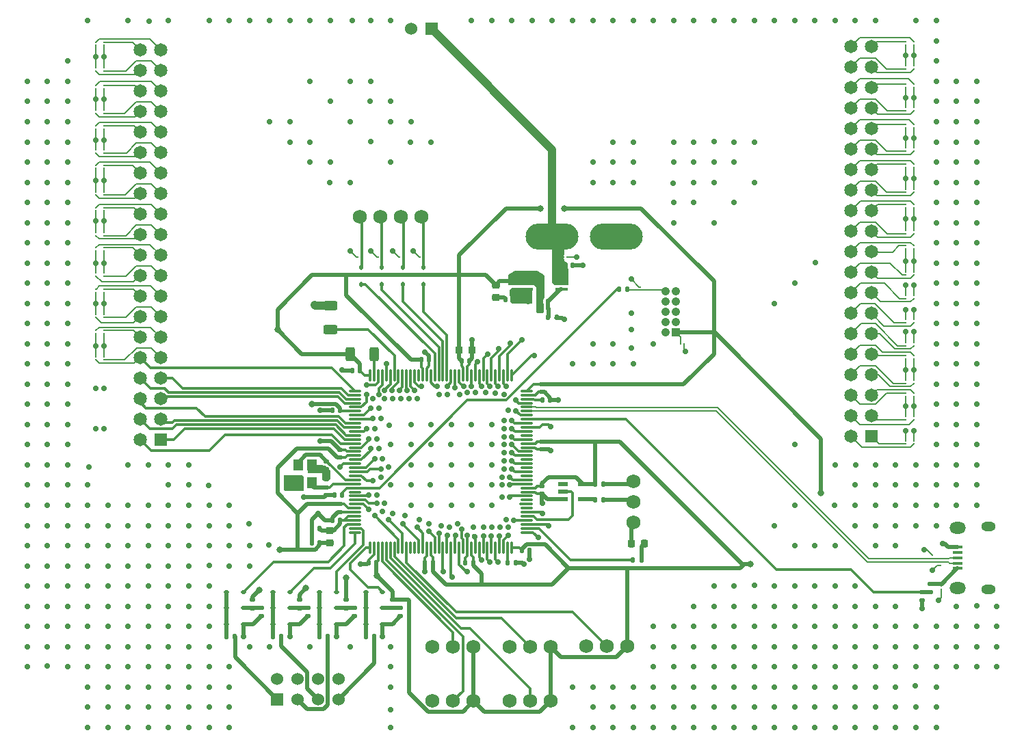
<source format=gbr>
%TF.GenerationSoftware,KiCad,Pcbnew,8.0.8*%
%TF.CreationDate,2025-03-20T13:14:25-05:00*%
%TF.ProjectId,ControllerPCB,436f6e74-726f-46c6-9c65-725043422e6b,rev?*%
%TF.SameCoordinates,Original*%
%TF.FileFunction,Copper,L1,Top*%
%TF.FilePolarity,Positive*%
%FSLAX46Y46*%
G04 Gerber Fmt 4.6, Leading zero omitted, Abs format (unit mm)*
G04 Created by KiCad (PCBNEW 8.0.8) date 2025-03-20 13:14:25*
%MOMM*%
%LPD*%
G01*
G04 APERTURE LIST*
G04 Aperture macros list*
%AMRoundRect*
0 Rectangle with rounded corners*
0 $1 Rounding radius*
0 $2 $3 $4 $5 $6 $7 $8 $9 X,Y pos of 4 corners*
0 Add a 4 corners polygon primitive as box body*
4,1,4,$2,$3,$4,$5,$6,$7,$8,$9,$2,$3,0*
0 Add four circle primitives for the rounded corners*
1,1,$1+$1,$2,$3*
1,1,$1+$1,$4,$5*
1,1,$1+$1,$6,$7*
1,1,$1+$1,$8,$9*
0 Add four rect primitives between the rounded corners*
20,1,$1+$1,$2,$3,$4,$5,0*
20,1,$1+$1,$4,$5,$6,$7,0*
20,1,$1+$1,$6,$7,$8,$9,0*
20,1,$1+$1,$8,$9,$2,$3,0*%
G04 Aperture macros list end*
%TA.AperFunction,ComponentPad*%
%ADD10R,1.060000X1.060000*%
%TD*%
%TA.AperFunction,ComponentPad*%
%ADD11C,1.060000*%
%TD*%
%TA.AperFunction,SMDPad,CuDef*%
%ADD12R,0.280000X0.200000*%
%TD*%
%TA.AperFunction,SMDPad,CuDef*%
%ADD13RoundRect,0.112500X-0.112500X0.187500X-0.112500X-0.187500X0.112500X-0.187500X0.112500X0.187500X0*%
%TD*%
%TA.AperFunction,SMDPad,CuDef*%
%ADD14RoundRect,0.140000X0.140000X0.170000X-0.140000X0.170000X-0.140000X-0.170000X0.140000X-0.170000X0*%
%TD*%
%TA.AperFunction,ComponentPad*%
%ADD15O,6.540000X3.270000*%
%TD*%
%TA.AperFunction,SMDPad,CuDef*%
%ADD16RoundRect,0.112500X0.187500X0.112500X-0.187500X0.112500X-0.187500X-0.112500X0.187500X-0.112500X0*%
%TD*%
%TA.AperFunction,SMDPad,CuDef*%
%ADD17RoundRect,0.140000X-0.140000X-0.170000X0.140000X-0.170000X0.140000X0.170000X-0.140000X0.170000X0*%
%TD*%
%TA.AperFunction,SMDPad,CuDef*%
%ADD18RoundRect,0.135000X-0.135000X-0.185000X0.135000X-0.185000X0.135000X0.185000X-0.135000X0.185000X0*%
%TD*%
%TA.AperFunction,SMDPad,CuDef*%
%ADD19RoundRect,0.135000X-0.185000X0.135000X-0.185000X-0.135000X0.185000X-0.135000X0.185000X0.135000X0*%
%TD*%
%TA.AperFunction,SMDPad,CuDef*%
%ADD20R,0.200000X0.280000*%
%TD*%
%TA.AperFunction,SMDPad,CuDef*%
%ADD21RoundRect,0.140000X0.170000X-0.140000X0.170000X0.140000X-0.170000X0.140000X-0.170000X-0.140000X0*%
%TD*%
%TA.AperFunction,SMDPad,CuDef*%
%ADD22RoundRect,0.135000X0.135000X0.185000X-0.135000X0.185000X-0.135000X-0.185000X0.135000X-0.185000X0*%
%TD*%
%TA.AperFunction,ComponentPad*%
%ADD23R,1.530000X1.530000*%
%TD*%
%TA.AperFunction,ComponentPad*%
%ADD24C,1.530000*%
%TD*%
%TA.AperFunction,SMDPad,CuDef*%
%ADD25RoundRect,0.218750X0.256250X-0.218750X0.256250X0.218750X-0.256250X0.218750X-0.256250X-0.218750X0*%
%TD*%
%TA.AperFunction,ComponentPad*%
%ADD26R,1.650000X1.650000*%
%TD*%
%TA.AperFunction,ComponentPad*%
%ADD27C,1.650000*%
%TD*%
%TA.AperFunction,SMDPad,CuDef*%
%ADD28RoundRect,0.218750X-0.218750X-0.256250X0.218750X-0.256250X0.218750X0.256250X-0.218750X0.256250X0*%
%TD*%
%TA.AperFunction,SMDPad,CuDef*%
%ADD29RoundRect,0.250000X-0.625000X0.312500X-0.625000X-0.312500X0.625000X-0.312500X0.625000X0.312500X0*%
%TD*%
%TA.AperFunction,SMDPad,CuDef*%
%ADD30RoundRect,0.140000X-0.170000X0.140000X-0.170000X-0.140000X0.170000X-0.140000X0.170000X0.140000X0*%
%TD*%
%TA.AperFunction,ComponentPad*%
%ADD31C,1.752600*%
%TD*%
%TA.AperFunction,HeatsinkPad*%
%ADD32O,1.800000X1.150000*%
%TD*%
%TA.AperFunction,HeatsinkPad*%
%ADD33O,2.000000X1.450000*%
%TD*%
%TA.AperFunction,SMDPad,CuDef*%
%ADD34R,1.300000X0.450000*%
%TD*%
%TA.AperFunction,SMDPad,CuDef*%
%ADD35RoundRect,0.075000X-0.662500X-0.075000X0.662500X-0.075000X0.662500X0.075000X-0.662500X0.075000X0*%
%TD*%
%TA.AperFunction,SMDPad,CuDef*%
%ADD36RoundRect,0.075000X-0.075000X-0.662500X0.075000X-0.662500X0.075000X0.662500X-0.075000X0.662500X0*%
%TD*%
%TA.AperFunction,SMDPad,CuDef*%
%ADD37RoundRect,0.250000X-0.312500X-0.625000X0.312500X-0.625000X0.312500X0.625000X-0.312500X0.625000X0*%
%TD*%
%TA.AperFunction,SMDPad,CuDef*%
%ADD38RoundRect,0.225000X-0.225000X-0.250000X0.225000X-0.250000X0.225000X0.250000X-0.225000X0.250000X0*%
%TD*%
%TA.AperFunction,SMDPad,CuDef*%
%ADD39R,1.200000X1.400000*%
%TD*%
%TA.AperFunction,SMDPad,CuDef*%
%ADD40R,1.200000X0.600000*%
%TD*%
%TA.AperFunction,SMDPad,CuDef*%
%ADD41RoundRect,0.218750X-0.256250X0.218750X-0.256250X-0.218750X0.256250X-0.218750X0.256250X0.218750X0*%
%TD*%
%TA.AperFunction,SMDPad,CuDef*%
%ADD42R,1.524000X0.431800*%
%TD*%
%TA.AperFunction,ViaPad*%
%ADD43C,0.700000*%
%TD*%
%TA.AperFunction,ViaPad*%
%ADD44C,0.800000*%
%TD*%
%TA.AperFunction,Conductor*%
%ADD45C,0.200000*%
%TD*%
%TA.AperFunction,Conductor*%
%ADD46C,0.500000*%
%TD*%
%TA.AperFunction,Conductor*%
%ADD47C,0.300000*%
%TD*%
%TA.AperFunction,Conductor*%
%ADD48C,1.000000*%
%TD*%
G04 APERTURE END LIST*
D10*
%TO.P,J108,01,01*%
%TO.N,+3.3V*%
X165250000Y-98540000D03*
D11*
%TO.P,J108,02,02*%
%TO.N,/CONN_SWDIO*%
X163980000Y-98540000D03*
%TO.P,J108,03,03*%
%TO.N,GND*%
X165250000Y-97270000D03*
%TO.P,J108,04,04*%
%TO.N,/CONN_SWCLK*%
X163980000Y-97270000D03*
%TO.P,J108,05,05*%
%TO.N,GND*%
X165250000Y-96000000D03*
%TO.P,J108,06,06*%
%TO.N,/CONN_SWO*%
X163980000Y-96000000D03*
%TO.P,J108,07,07*%
%TO.N,unconnected-(J108-Pad07)*%
X165250000Y-94730000D03*
%TO.P,J108,08,08*%
%TO.N,unconnected-(J108-Pad08)*%
X163980000Y-94730000D03*
%TO.P,J108,09,09*%
%TO.N,GND*%
X165250000Y-93460000D03*
%TO.P,J108,10,10*%
%TO.N,/CONN_NRST*%
X163980000Y-93460000D03*
%TD*%
D12*
%TO.P,D503,1,A1*%
%TO.N,GND*%
X93500000Y-91250000D03*
%TO.P,D503,2,A2*%
%TO.N,input_18*%
X93500000Y-91650000D03*
%TD*%
D13*
%TO.P,D114,1,K*%
%TO.N,/Conn_String_2*%
X131500000Y-90531202D03*
%TO.P,D114,2,A*%
%TO.N,String_2_out*%
X131500000Y-92631202D03*
%TD*%
D14*
%TO.P,C106,1*%
%TO.N,NRST*%
X123980000Y-118750000D03*
%TO.P,C106,2*%
%TO.N,GND*%
X123020000Y-118750000D03*
%TD*%
D12*
%TO.P,D540,1,A1*%
%TO.N,GND*%
X94500000Y-86200000D03*
%TO.P,D540,2,A2*%
%TO.N,input_21*%
X94500000Y-86600000D03*
%TD*%
%TO.P,D552,1,A1*%
%TO.N,GND*%
X194750000Y-94000000D03*
%TO.P,D552,2,A2*%
%TO.N,input_55*%
X194750000Y-94400000D03*
%TD*%
D14*
%TO.P,C107,1*%
%TO.N,+3.3V*%
X140180000Y-127100000D03*
%TO.P,C107,2*%
%TO.N,GND*%
X139220000Y-127100000D03*
%TD*%
D12*
%TO.P,D534,1,A1*%
%TO.N,GND*%
X93500000Y-78300000D03*
%TO.P,D534,2,A2*%
%TO.N,input_27*%
X93500000Y-77900000D03*
%TD*%
D14*
%TO.P,C122,1*%
%TO.N,+3.3V*%
X121180000Y-124637500D03*
%TO.P,C122,2*%
%TO.N,GND*%
X120220000Y-124637500D03*
%TD*%
D12*
%TO.P,D550,1,A1*%
%TO.N,GND*%
X193750000Y-94000000D03*
%TO.P,D550,2,A2*%
%TO.N,input_56*%
X193750000Y-94400000D03*
%TD*%
D15*
%TO.P,J202,2,2*%
%TO.N,GND*%
X157900000Y-86755000D03*
%TO.P,J202,1,1*%
%TO.N,/Power/9V+*%
X150000000Y-86755000D03*
%TD*%
D12*
%TO.P,D502,1,A1*%
%TO.N,GND*%
X93500000Y-88500000D03*
%TO.P,D502,2,A2*%
%TO.N,input_19*%
X93500000Y-88100000D03*
%TD*%
%TO.P,D512,1,A1*%
%TO.N,GND*%
X94500000Y-101600000D03*
%TO.P,D512,2,A2*%
%TO.N,input_9*%
X94500000Y-102000000D03*
%TD*%
D16*
%TO.P,D410,1,K*%
%TO.N,GND*%
X117500000Y-134734399D03*
%TO.P,D410,2,A*%
%TO.N,/Amplitude Detection/ADC_Diode_Net_3*%
X115400000Y-134734399D03*
%TD*%
D12*
%TO.P,D530,1,A1*%
%TO.N,GND*%
X93500000Y-73400000D03*
%TO.P,D530,2,A2*%
%TO.N,input_31*%
X93500000Y-73000000D03*
%TD*%
%TO.P,D570,1,A1*%
%TO.N,GND*%
X193750000Y-106500000D03*
%TO.P,D570,2,A2*%
%TO.N,input_46*%
X193750000Y-106100000D03*
%TD*%
D17*
%TO.P,C114,1*%
%TO.N,/VCAP_1*%
X144490000Y-127100000D03*
%TO.P,C114,2*%
%TO.N,GND*%
X145450000Y-127100000D03*
%TD*%
D12*
%TO.P,D529,1,A1*%
%TO.N,GND*%
X94500000Y-73400000D03*
%TO.P,D529,2,A2*%
%TO.N,input_32*%
X94500000Y-73000000D03*
%TD*%
%TO.P,D562,2,A2*%
%TO.N,input_50*%
X194750000Y-101500000D03*
%TO.P,D562,1,A1*%
%TO.N,GND*%
X194750000Y-101900000D03*
%TD*%
%TO.P,D574,1,A1*%
%TO.N,GND*%
X194750000Y-109000000D03*
%TO.P,D574,2,A2*%
%TO.N,input_44*%
X194750000Y-109400000D03*
%TD*%
D14*
%TO.P,C102,1*%
%TO.N,+3.3V*%
X123730000Y-108250000D03*
%TO.P,C102,2*%
%TO.N,GND*%
X122770000Y-108250000D03*
%TD*%
D18*
%TO.P,R202,1*%
%TO.N,/Power/FB_IN*%
X149490000Y-96750000D03*
%TO.P,R202,2*%
%TO.N,GND*%
X150510000Y-96750000D03*
%TD*%
D16*
%TO.P,D411,1,K*%
%TO.N,ADC_String_4_F*%
X129000000Y-130734399D03*
%TO.P,D411,2,A*%
%TO.N,/Amplitude Detection/ADC_Diode_Net_4*%
X126900000Y-130734399D03*
%TD*%
D12*
%TO.P,D511,1,A1*%
%TO.N,GND*%
X93500000Y-101600000D03*
%TO.P,D511,2,A2*%
%TO.N,input_10*%
X93500000Y-102000000D03*
%TD*%
D13*
%TO.P,D115,1,K*%
%TO.N,/Conn_String_3*%
X128866800Y-90531202D03*
%TO.P,D115,2,A*%
%TO.N,String_3_out*%
X128866800Y-92631202D03*
%TD*%
D12*
%TO.P,D542,1,A1*%
%TO.N,GND*%
X194750000Y-88250000D03*
%TO.P,D542,2,A2*%
%TO.N,input_60*%
X194750000Y-87850000D03*
%TD*%
D19*
%TO.P,R108,1*%
%TO.N,/VBUS_TVS*%
X196800000Y-129755000D03*
%TO.P,R108,2*%
%TO.N,VBUS_Sense*%
X196800000Y-130775000D03*
%TD*%
D12*
%TO.P,D549,1,A1*%
%TO.N,GND*%
X194750000Y-68250000D03*
%TO.P,D549,2,A2*%
%TO.N,input_76*%
X194750000Y-67850000D03*
%TD*%
D19*
%TO.P,R412,1*%
%TO.N,/Amplitude Detection/3V_OUT_3*%
X119700000Y-132724399D03*
%TO.P,R412,2*%
%TO.N,GND*%
X119700000Y-133744399D03*
%TD*%
D12*
%TO.P,D554,1,A1*%
%TO.N,GND*%
X193750000Y-97000000D03*
%TO.P,D554,2,A2*%
%TO.N,input_54*%
X193750000Y-97400000D03*
%TD*%
D20*
%TO.P,D110,1,A1*%
%TO.N,GND*%
X131116800Y-89281202D03*
%TO.P,D110,2,A2*%
%TO.N,/Conn_String_2*%
X131516800Y-89281202D03*
%TD*%
D21*
%TO.P,C119,1*%
%TO.N,+3.3V*%
X123700000Y-114080000D03*
%TO.P,C119,2*%
%TO.N,GND*%
X123700000Y-113120000D03*
%TD*%
D12*
%TO.P,D109,1,A1*%
%TO.N,GND*%
X198100000Y-130380000D03*
%TO.P,D109,2,A2*%
%TO.N,/VBUS_TVS*%
X198100000Y-129980000D03*
%TD*%
D13*
%TO.P,D113,1,K*%
%TO.N,/Conn_String_1*%
X134000000Y-90531202D03*
%TO.P,D113,2,A*%
%TO.N,String_1_out*%
X134000000Y-92631202D03*
%TD*%
D22*
%TO.P,R401,1*%
%TO.N,ADC_String_2*%
X122210000Y-136234399D03*
%TO.P,R401,2*%
%TO.N,/Amplitude Detection/ADC_Diode_Net_2*%
X121190000Y-136234399D03*
%TD*%
D12*
%TO.P,D539,1,A1*%
%TO.N,GND*%
X93500000Y-86200000D03*
%TO.P,D539,2,A2*%
%TO.N,input_22*%
X93500000Y-86600000D03*
%TD*%
%TO.P,D507,1,A1*%
%TO.N,GND*%
X93500000Y-96350000D03*
%TO.P,D507,2,A2*%
%TO.N,input_14*%
X93500000Y-96750000D03*
%TD*%
D23*
%TO.P,J201,1,Pin_1*%
%TO.N,/Power/9V+*%
X135020000Y-61000000D03*
D24*
%TO.P,J201,2,Pin_2*%
%TO.N,GND*%
X132480000Y-61000000D03*
%TD*%
D16*
%TO.P,D401,1,K*%
%TO.N,/Amplitude Detection/3V_OUT_2*%
X123250000Y-132734399D03*
%TO.P,D401,2,A*%
%TO.N,/Amplitude Detection/ADC_Diode_Net_2*%
X121150000Y-132734399D03*
%TD*%
D12*
%TO.P,D504,1,A1*%
%TO.N,GND*%
X94500000Y-91250000D03*
%TO.P,D504,2,A2*%
%TO.N,input_17*%
X94500000Y-91650000D03*
%TD*%
D25*
%TO.P,D202,1,K*%
%TO.N,/Power/LED_GREEN*%
X143000000Y-94287500D03*
%TO.P,D202,2,A*%
%TO.N,+3.3V*%
X143000000Y-92712500D03*
%TD*%
D12*
%TO.P,D501,1,A1*%
%TO.N,GND*%
X94500000Y-88500000D03*
%TO.P,D501,2,A2*%
%TO.N,input_20*%
X94500000Y-88100000D03*
%TD*%
D22*
%TO.P,R101,1*%
%TO.N,/LED_BLUE*%
X161010000Y-126750000D03*
%TO.P,R101,2*%
%TO.N,/LED_OUT*%
X159990000Y-126750000D03*
%TD*%
D12*
%TO.P,D509,1,A1*%
%TO.N,GND*%
X94500000Y-98750000D03*
%TO.P,D509,2,A2*%
%TO.N,input_12*%
X94500000Y-98350000D03*
%TD*%
%TO.P,D568,1,A1*%
%TO.N,GND*%
X194750000Y-104500000D03*
%TO.P,D568,2,A2*%
%TO.N,input_47*%
X194750000Y-104900000D03*
%TD*%
%TO.P,D558,2,A2*%
%TO.N,input_52*%
X193750000Y-100250000D03*
%TO.P,D558,1,A1*%
%TO.N,GND*%
X193750000Y-99850000D03*
%TD*%
D16*
%TO.P,D408,1,K*%
%TO.N,GND*%
X129000000Y-134734399D03*
%TO.P,D408,2,A*%
%TO.N,/Amplitude Detection/ADC_Diode_Net_4*%
X126900000Y-134734399D03*
%TD*%
D12*
%TO.P,D566,1,A1*%
%TO.N,GND*%
X193750000Y-104500000D03*
%TO.P,D566,2,A2*%
%TO.N,input_48*%
X193750000Y-104900000D03*
%TD*%
D22*
%TO.P,R407,1*%
%TO.N,ADC_String_4*%
X127960000Y-136234399D03*
%TO.P,R407,2*%
%TO.N,/Amplitude Detection/ADC_Diode_Net_4*%
X126940000Y-136234399D03*
%TD*%
D12*
%TO.P,D505,1,A1*%
%TO.N,GND*%
X94500000Y-93650000D03*
%TO.P,D505,2,A2*%
%TO.N,input_16*%
X94500000Y-93250000D03*
%TD*%
D26*
%TO.P,J501,1,Pin_1*%
%TO.N,input_41*%
X189500000Y-111440000D03*
D27*
%TO.P,J501,2,Pin_2*%
%TO.N,input_42*%
X186960000Y-111440000D03*
%TO.P,J501,3,Pin_3*%
%TO.N,input_43*%
X189500000Y-108900000D03*
%TO.P,J501,4,Pin_4*%
%TO.N,input_44*%
X186960000Y-108900000D03*
%TO.P,J501,5,Pin_5*%
%TO.N,input_45*%
X189500000Y-106360000D03*
%TO.P,J501,6,Pin_6*%
%TO.N,input_46*%
X186960000Y-106360000D03*
%TO.P,J501,7,Pin_7*%
%TO.N,input_47*%
X189500000Y-103820000D03*
%TO.P,J501,8,Pin_8*%
%TO.N,input_48*%
X186960000Y-103820000D03*
%TO.P,J501,9,Pin_9*%
%TO.N,input_49*%
X189500000Y-101280000D03*
%TO.P,J501,10,Pin_10*%
%TO.N,input_50*%
X186960000Y-101280000D03*
%TO.P,J501,11,Pin_11*%
%TO.N,input_51*%
X189500000Y-98740000D03*
%TO.P,J501,12,Pin_12*%
%TO.N,input_52*%
X186960000Y-98740000D03*
%TO.P,J501,13,Pin_13*%
%TO.N,input_53*%
X189500000Y-96200000D03*
%TO.P,J501,14,Pin_14*%
%TO.N,input_54*%
X186960000Y-96200000D03*
%TO.P,J501,15,Pin_15*%
%TO.N,input_55*%
X189500000Y-93660000D03*
%TO.P,J501,16,Pin_16*%
%TO.N,input_56*%
X186960000Y-93660000D03*
%TO.P,J501,17,Pin_17*%
%TO.N,input_57*%
X189500000Y-91120000D03*
%TO.P,J501,18,Pin_18*%
%TO.N,input_58*%
X186960000Y-91120000D03*
%TO.P,J501,19,Pin_19*%
%TO.N,input_59*%
X189500000Y-88580000D03*
%TO.P,J501,20,Pin_20*%
%TO.N,input_60*%
X186960000Y-88580000D03*
%TO.P,J501,21,Pin_21*%
%TO.N,input_61*%
X189500000Y-86040000D03*
%TO.P,J501,22,Pin_22*%
%TO.N,input_62*%
X186960000Y-86040000D03*
%TO.P,J501,23,Pin_23*%
%TO.N,input_63*%
X189500000Y-83500000D03*
%TO.P,J501,24,Pin_24*%
%TO.N,input_64*%
X186960000Y-83500000D03*
%TO.P,J501,25,Pin_25*%
%TO.N,input_65*%
X189500000Y-80960000D03*
%TO.P,J501,26,Pin_26*%
%TO.N,input_66*%
X186960000Y-80960000D03*
%TO.P,J501,27,Pin_27*%
%TO.N,input_67*%
X189500000Y-78420000D03*
%TO.P,J501,28,Pin_28*%
%TO.N,input_68*%
X186960000Y-78420000D03*
%TO.P,J501,29,Pin_29*%
%TO.N,input_69*%
X189500000Y-75880000D03*
%TO.P,J501,30,Pin_30*%
%TO.N,input_70*%
X186960000Y-75880000D03*
%TO.P,J501,31,Pin_31*%
%TO.N,input_71*%
X189500000Y-73340000D03*
%TO.P,J501,32,Pin_32*%
%TO.N,input_72*%
X186960000Y-73340000D03*
%TO.P,J501,33,Pin_33*%
%TO.N,input_73*%
X189500000Y-70800000D03*
%TO.P,J501,34,Pin_34*%
%TO.N,input_74*%
X186960000Y-70800000D03*
%TO.P,J501,35,Pin_35*%
%TO.N,input_75*%
X189500000Y-68260000D03*
%TO.P,J501,36,Pin_36*%
%TO.N,input_76*%
X186960000Y-68260000D03*
%TO.P,J501,37,Pin_37*%
%TO.N,input_77*%
X189500000Y-65720000D03*
%TO.P,J501,38,Pin_38*%
%TO.N,input_78*%
X186960000Y-65720000D03*
%TO.P,J501,39,Pin_39*%
%TO.N,input_79*%
X189500000Y-63180000D03*
%TO.P,J501,40,Pin_40*%
%TO.N,input_80*%
X186960000Y-63180000D03*
%TD*%
D17*
%TO.P,C116,1*%
%TO.N,+3.3V*%
X133770000Y-102000000D03*
%TO.P,C116,2*%
%TO.N,GND*%
X134730000Y-102000000D03*
%TD*%
D12*
%TO.P,D544,1,A1*%
%TO.N,GND*%
X193750000Y-88250000D03*
%TO.P,D544,2,A2*%
%TO.N,input_59*%
X193750000Y-87850000D03*
%TD*%
D16*
%TO.P,D412,1,K*%
%TO.N,ADC_String_3_F*%
X117500000Y-130734399D03*
%TO.P,D412,2,A*%
%TO.N,/Amplitude Detection/ADC_Diode_Net_3*%
X115400000Y-130734399D03*
%TD*%
D12*
%TO.P,D564,1,A1*%
%TO.N,GND*%
X193750000Y-101900000D03*
%TO.P,D564,2,A2*%
%TO.N,input_49*%
X193750000Y-101500000D03*
%TD*%
%TO.P,D545,1,A1*%
%TO.N,GND*%
X193750000Y-65600000D03*
%TO.P,D545,2,A2*%
%TO.N,input_78*%
X193750000Y-66000000D03*
%TD*%
D28*
%TO.P,D101,1,K*%
%TO.N,GND*%
X159792500Y-124750000D03*
%TO.P,D101,2,A*%
%TO.N,/LED_BLUE*%
X161367500Y-124750000D03*
%TD*%
D29*
%TO.P,R102,1*%
%TO.N,GND*%
X122500000Y-95287500D03*
%TO.P,R102,2*%
%TO.N,/BOOT0*%
X122500000Y-98212500D03*
%TD*%
D12*
%TO.P,D506,1,A1*%
%TO.N,GND*%
X93500000Y-93650000D03*
%TO.P,D506,2,A2*%
%TO.N,input_15*%
X93500000Y-93250000D03*
%TD*%
D22*
%TO.P,R402,1*%
%TO.N,ADC_String_1*%
X110710000Y-136234399D03*
%TO.P,R402,2*%
%TO.N,/Amplitude Detection/ADC_Diode_Net_1*%
X109690000Y-136234399D03*
%TD*%
D18*
%TO.P,R201,1*%
%TO.N,+3.3V*%
X148490000Y-95750000D03*
%TO.P,R201,2*%
%TO.N,/Power/FB_IN*%
X149510000Y-95750000D03*
%TD*%
D14*
%TO.P,C118,1*%
%TO.N,+3.3V*%
X126180000Y-103350000D03*
%TO.P,C118,2*%
%TO.N,GND*%
X125220000Y-103350000D03*
%TD*%
D16*
%TO.P,D407,1,K*%
%TO.N,/Amplitude Detection/3V_OUT_4*%
X129000000Y-132734399D03*
%TO.P,D407,2,A*%
%TO.N,/Amplitude Detection/ADC_Diode_Net_4*%
X126900000Y-132734399D03*
%TD*%
D17*
%TO.P,C201,1*%
%TO.N,/Power/9V+*%
X151500000Y-90250000D03*
%TO.P,C201,2*%
%TO.N,GND*%
X152460000Y-90250000D03*
%TD*%
D14*
%TO.P,C104,1*%
%TO.N,+3.3V*%
X128230000Y-127100000D03*
%TO.P,C104,2*%
%TO.N,GND*%
X127270000Y-127100000D03*
%TD*%
D18*
%TO.P,R107,1*%
%TO.N,NRST*%
X158260000Y-93268300D03*
%TO.P,R107,2*%
%TO.N,/CONN_NRST*%
X159280000Y-93268300D03*
%TD*%
D20*
%TO.P,D105,1,A1*%
%TO.N,GND*%
X125950000Y-89281202D03*
%TO.P,D105,2,A2*%
%TO.N,/Conn_String_4*%
X126350000Y-89281202D03*
%TD*%
D16*
%TO.P,D404,1,K*%
%TO.N,GND*%
X111750000Y-134734399D03*
%TO.P,D404,2,A*%
%TO.N,/Amplitude Detection/ADC_Diode_Net_1*%
X109650000Y-134734399D03*
%TD*%
D14*
%TO.P,C105,1*%
%TO.N,+3.3V*%
X135200000Y-127100000D03*
%TO.P,C105,2*%
%TO.N,GND*%
X134240000Y-127100000D03*
%TD*%
D20*
%TO.P,D106,1,A1*%
%TO.N,GND*%
X128450000Y-89281202D03*
%TO.P,D106,2,A2*%
%TO.N,/Conn_String_3*%
X128850000Y-89281202D03*
%TD*%
D14*
%TO.P,C120,1*%
%TO.N,+3.3VA*%
X123700000Y-121850000D03*
%TO.P,C120,2*%
%TO.N,GND*%
X122740000Y-121850000D03*
%TD*%
D12*
%TO.P,D543,1,A1*%
%TO.N,GND*%
X193750000Y-63000000D03*
%TO.P,D543,2,A2*%
%TO.N,input_79*%
X193750000Y-62600000D03*
%TD*%
%TO.P,D548,1,A1*%
%TO.N,GND*%
X194750000Y-91100000D03*
%TO.P,D548,2,A2*%
%TO.N,input_57*%
X194750000Y-91500000D03*
%TD*%
D16*
%TO.P,D403,1,K*%
%TO.N,/Amplitude Detection/3V_OUT_1*%
X111750000Y-132734399D03*
%TO.P,D403,2,A*%
%TO.N,/Amplitude Detection/ADC_Diode_Net_1*%
X109650000Y-132734399D03*
%TD*%
D12*
%TO.P,D555,1,A1*%
%TO.N,GND*%
X194750000Y-70750000D03*
%TO.P,D555,2,A2*%
%TO.N,input_73*%
X194750000Y-71150000D03*
%TD*%
D16*
%TO.P,D406,1,K*%
%TO.N,ADC_String_1_F*%
X111750000Y-130734399D03*
%TO.P,D406,2,A*%
%TO.N,/Amplitude Detection/ADC_Diode_Net_1*%
X109650000Y-130734399D03*
%TD*%
D17*
%TO.P,C202,1*%
%TO.N,+3.3V*%
X148520000Y-94750000D03*
%TO.P,C202,2*%
%TO.N,/Power/FB_IN*%
X149480000Y-94750000D03*
%TD*%
D30*
%TO.P,C203,1*%
%TO.N,+3.3V*%
X145171700Y-92520000D03*
%TO.P,C203,2*%
%TO.N,GND*%
X145171700Y-93480000D03*
%TD*%
D12*
%TO.P,D551,1,A1*%
%TO.N,GND*%
X193750000Y-68250000D03*
%TO.P,D551,2,A2*%
%TO.N,input_75*%
X193750000Y-67850000D03*
%TD*%
%TO.P,D567,1,A1*%
%TO.N,GND*%
X193750000Y-78150000D03*
%TO.P,D567,2,A2*%
%TO.N,input_67*%
X193750000Y-77750000D03*
%TD*%
D18*
%TO.P,R203,1*%
%TO.N,/Power/LED_GREEN*%
X144240000Y-94500000D03*
%TO.P,R203,2*%
%TO.N,GND*%
X145260000Y-94500000D03*
%TD*%
D12*
%TO.P,D523,1,A1*%
%TO.N,GND*%
X93500000Y-65850000D03*
%TO.P,D523,2,A2*%
%TO.N,input_38*%
X93500000Y-66250000D03*
%TD*%
D22*
%TO.P,R410,1*%
%TO.N,ADC_String_3*%
X116470000Y-136234399D03*
%TO.P,R410,2*%
%TO.N,/Amplitude Detection/ADC_Diode_Net_3*%
X115450000Y-136234399D03*
%TD*%
D31*
%TO.P,J102,1,Pin_1*%
%TO.N,/Conn_String_1*%
X133790000Y-84250000D03*
%TO.P,J102,2,Pin_2*%
%TO.N,/Conn_String_2*%
X131250000Y-84250000D03*
%TO.P,J102,3,Pin_3*%
%TO.N,/Conn_String_3*%
X128710000Y-84250000D03*
%TO.P,J102,4,Pin_4*%
%TO.N,/Conn_String_4*%
X126170000Y-84250000D03*
%TD*%
D18*
%TO.P,R302,1*%
%TO.N,/MIDI OUT/TX_BUF_OUT*%
X155265199Y-119364800D03*
%TO.P,R302,2*%
%TO.N,/MIDI OUT/TX_MIDI_OUT*%
X156285199Y-119364800D03*
%TD*%
D12*
%TO.P,D569,1,A1*%
%TO.N,GND*%
X193750000Y-80850000D03*
%TO.P,D569,2,A2*%
%TO.N,input_66*%
X193750000Y-81250000D03*
%TD*%
%TO.P,D524,1,A1*%
%TO.N,GND*%
X94500000Y-65850000D03*
%TO.P,D524,2,A2*%
%TO.N,input_37*%
X94500000Y-66250000D03*
%TD*%
D30*
%TO.P,C112,1*%
%TO.N,/HSE_OUT*%
X122000000Y-117790000D03*
%TO.P,C112,2*%
%TO.N,GND*%
X122000000Y-118750000D03*
%TD*%
D12*
%TO.P,D571,1,A1*%
%TO.N,GND*%
X194750000Y-80850000D03*
%TO.P,D571,2,A2*%
%TO.N,input_65*%
X194750000Y-81250000D03*
%TD*%
%TO.P,D108,1,A1*%
%TO.N,GND*%
X198050000Y-127455000D03*
%TO.P,D108,2,A2*%
%TO.N,D-*%
X198050000Y-127055000D03*
%TD*%
%TO.P,D527,1,A1*%
%TO.N,GND*%
X93500000Y-71100000D03*
%TO.P,D527,2,A2*%
%TO.N,input_34*%
X93500000Y-71500000D03*
%TD*%
D19*
%TO.P,R403,1*%
%TO.N,+3.3V*%
X124500000Y-131724399D03*
%TO.P,R403,2*%
%TO.N,/Amplitude Detection/3V_OUT_2*%
X124500000Y-132744399D03*
%TD*%
D32*
%TO.P,J107,6,Shield*%
%TO.N,unconnected-(J107-Shield-Pad6)_3*%
X204000000Y-122630000D03*
D33*
%TO.N,unconnected-(J107-Shield-Pad6)_1*%
X200200000Y-122780000D03*
%TO.N,unconnected-(J107-Shield-Pad6)_2*%
X200200000Y-130230000D03*
D32*
%TO.N,unconnected-(J107-Shield-Pad6)*%
X204000000Y-130380000D03*
D34*
%TO.P,J107,5,GND*%
%TO.N,GND*%
X200150000Y-125205000D03*
%TO.P,J107,4,ID*%
%TO.N,unconnected-(J107-ID-Pad4)*%
X200150000Y-125855000D03*
%TO.P,J107,3,D+*%
%TO.N,D+*%
X200150000Y-126505000D03*
%TO.P,J107,2,D-*%
%TO.N,D-*%
X200150000Y-127155000D03*
%TO.P,J107,1,VBUS*%
%TO.N,/VBUS_TVS*%
X200150000Y-127805000D03*
%TD*%
D31*
%TO.P,J104,1,Pin_1*%
%TO.N,+3.3V*%
X149750000Y-137484399D03*
%TO.P,J104,2,Pin_2*%
%TO.N,ADC_MIDI_Ch*%
X147210000Y-137484399D03*
%TO.P,J104,3,Pin_3*%
%TO.N,GND*%
X144670000Y-137484399D03*
%TD*%
D12*
%TO.P,D541,1,A1*%
%TO.N,GND*%
X194750000Y-63000000D03*
%TO.P,D541,2,A2*%
%TO.N,input_80*%
X194750000Y-62600000D03*
%TD*%
D20*
%TO.P,D201,1,A1*%
%TO.N,GND*%
X151800000Y-89250000D03*
%TO.P,D201,2,A2*%
%TO.N,/Power/9V+*%
X151400000Y-89250000D03*
%TD*%
D30*
%TO.P,C103,1*%
%TO.N,+3.3V*%
X123700000Y-119850000D03*
%TO.P,C103,2*%
%TO.N,GND*%
X123700000Y-120810000D03*
%TD*%
D12*
%TO.P,D103,1,A1*%
%TO.N,GND*%
X197050000Y-126205000D03*
%TO.P,D103,2,A2*%
%TO.N,D+*%
X197050000Y-126605000D03*
%TD*%
%TO.P,D572,1,A1*%
%TO.N,GND*%
X194750000Y-106500000D03*
%TO.P,D572,2,A2*%
%TO.N,input_45*%
X194750000Y-106100000D03*
%TD*%
D30*
%TO.P,C110,1*%
%TO.N,+3.3V*%
X148700000Y-117620000D03*
%TO.P,C110,2*%
%TO.N,GND*%
X148700000Y-118580000D03*
%TD*%
D35*
%TO.P,U101,1,PE2*%
%TO.N,input_10*%
X125537500Y-105850000D03*
%TO.P,U101,2,PE3*%
%TO.N,input_7*%
X125537500Y-106350000D03*
%TO.P,U101,3,PE4*%
%TO.N,input_8*%
X125537500Y-106850000D03*
%TO.P,U101,4,PE5*%
%TO.N,input_5*%
X125537500Y-107350000D03*
%TO.P,U101,5,PE6*%
%TO.N,input_29*%
X125537500Y-107850000D03*
%TO.P,U101,6,VBAT*%
%TO.N,+3.3V*%
X125537500Y-108350000D03*
%TO.P,U101,7,PC13*%
%TO.N,input_28*%
X125537500Y-108850000D03*
%TO.P,U101,8,PC14*%
%TO.N,input_27*%
X125537500Y-109350000D03*
%TO.P,U101,9,PC15*%
%TO.N,input_6*%
X125537500Y-109850000D03*
%TO.P,U101,10,PF0*%
%TO.N,input_3*%
X125537500Y-110350000D03*
%TO.P,U101,11,PF1*%
%TO.N,input_26*%
X125537500Y-110850000D03*
%TO.P,U101,12,PF2*%
%TO.N,input_4*%
X125537500Y-111350000D03*
%TO.P,U101,13,PF3*%
%TO.N,input_1*%
X125537500Y-111850000D03*
%TO.P,U101,14,PF4*%
%TO.N,input_2*%
X125537500Y-112350000D03*
%TO.P,U101,15,PF5*%
%TO.N,input_25*%
X125537500Y-112850000D03*
%TO.P,U101,16,VSS*%
%TO.N,GND*%
X125537500Y-113350000D03*
%TO.P,U101,17,VDD*%
%TO.N,+3.3V*%
X125537500Y-113850000D03*
%TO.P,U101,18,PF6*%
%TO.N,input_24*%
X125537500Y-114350000D03*
%TO.P,U101,19,PF7*%
%TO.N,input_21*%
X125537500Y-114850000D03*
%TO.P,U101,20,PF8*%
%TO.N,input_23*%
X125537500Y-115350000D03*
%TO.P,U101,21,PF9*%
%TO.N,input_22*%
X125537500Y-115850000D03*
%TO.P,U101,22,PF10*%
%TO.N,input_20*%
X125537500Y-116350000D03*
%TO.P,U101,23,PH0*%
%TO.N,/HSE_IN*%
X125537500Y-116850000D03*
%TO.P,U101,24,PH1*%
%TO.N,/HSE_OUT*%
X125537500Y-117350000D03*
%TO.P,U101,25,NRST*%
%TO.N,NRST*%
X125537500Y-117850000D03*
%TO.P,U101,26,PC0*%
%TO.N,unconnected-(U101-PC0-Pad26)*%
X125537500Y-118350000D03*
%TO.P,U101,27,PC1*%
%TO.N,input_19*%
X125537500Y-118850000D03*
%TO.P,U101,28,PC2*%
%TO.N,input_18*%
X125537500Y-119350000D03*
%TO.P,U101,29,PC3*%
%TO.N,input_17*%
X125537500Y-119850000D03*
%TO.P,U101,30,VDD*%
%TO.N,+3.3V*%
X125537500Y-120350000D03*
%TO.P,U101,31,VSSA*%
%TO.N,GND*%
X125537500Y-120850000D03*
%TO.P,U101,32,VREF+*%
%TO.N,+3.3VA*%
X125537500Y-121350000D03*
%TO.P,U101,33,VDDA*%
X125537500Y-121850000D03*
%TO.P,U101,34,PA0*%
%TO.N,ADC_String_1_F*%
X125537500Y-122350000D03*
%TO.P,U101,35,PA1*%
%TO.N,ADC_String_2_F*%
X125537500Y-122850000D03*
%TO.P,U101,36,PA2*%
%TO.N,ADC_String_3_F*%
X125537500Y-123350000D03*
D36*
%TO.P,U101,37,PA3*%
%TO.N,ADC_String_4_F*%
X127450000Y-125262500D03*
%TO.P,U101,38,VSS*%
%TO.N,GND*%
X127950000Y-125262500D03*
%TO.P,U101,39,VDD*%
%TO.N,+3.3V*%
X128450000Y-125262500D03*
%TO.P,U101,40,PA4*%
%TO.N,ADC_Octave*%
X128950000Y-125262500D03*
%TO.P,U101,41,PA5*%
%TO.N,ADC_Mode*%
X129450000Y-125262500D03*
%TO.P,U101,42,PA6*%
%TO.N,ADC_Bend*%
X129950000Y-125262500D03*
%TO.P,U101,43,PA7*%
%TO.N,ADC_MIDI_Ch*%
X130450000Y-125262500D03*
%TO.P,U101,44,PC4*%
%TO.N,input_16*%
X130950000Y-125262500D03*
%TO.P,U101,45,PC5*%
%TO.N,input_15*%
X131450000Y-125262500D03*
%TO.P,U101,46,PB0*%
%TO.N,ADC_Slider*%
X131950000Y-125262500D03*
%TO.P,U101,47,PB1*%
%TO.N,unconnected-(U101-PB1-Pad47)*%
X132450000Y-125262500D03*
%TO.P,U101,48,PB2*%
%TO.N,unconnected-(U101-PB2-Pad48)*%
X132950000Y-125262500D03*
%TO.P,U101,49,PF11*%
%TO.N,input_14*%
X133450000Y-125262500D03*
%TO.P,U101,50,PF12*%
%TO.N,input_13*%
X133950000Y-125262500D03*
%TO.P,U101,51,VSS*%
%TO.N,GND*%
X134450000Y-125262500D03*
%TO.P,U101,52,VDD*%
%TO.N,+3.3V*%
X134950000Y-125262500D03*
%TO.P,U101,53,PF13*%
%TO.N,input_12*%
X135450000Y-125262500D03*
%TO.P,U101,54,PF14*%
%TO.N,input_11*%
X135950000Y-125262500D03*
%TO.P,U101,55,PF15*%
%TO.N,input_42*%
X136450000Y-125262500D03*
%TO.P,U101,56,PG0*%
%TO.N,input_9*%
X136950000Y-125262500D03*
%TO.P,U101,57,PG1*%
%TO.N,input_41*%
X137450000Y-125262500D03*
%TO.P,U101,58,PE7*%
%TO.N,input_44*%
X137950000Y-125262500D03*
%TO.P,U101,59,PE8*%
%TO.N,input_43*%
X138450000Y-125262500D03*
%TO.P,U101,60,PE9*%
%TO.N,input_46*%
X138950000Y-125262500D03*
%TO.P,U101,61,VSS*%
%TO.N,GND*%
X139450000Y-125262500D03*
%TO.P,U101,62,VDD*%
%TO.N,+3.3V*%
X139950000Y-125262500D03*
%TO.P,U101,63,PE10*%
%TO.N,input_45*%
X140450000Y-125262500D03*
%TO.P,U101,64,PE11*%
%TO.N,input_48*%
X140950000Y-125262500D03*
%TO.P,U101,65,PE12*%
%TO.N,input_49*%
X141450000Y-125262500D03*
%TO.P,U101,66,PE13*%
%TO.N,input_47*%
X141950000Y-125262500D03*
%TO.P,U101,67,PE14*%
%TO.N,input_52*%
X142450000Y-125262500D03*
%TO.P,U101,68,PE15*%
%TO.N,input_50*%
X142950000Y-125262500D03*
%TO.P,U101,69,PB10*%
%TO.N,input_51*%
X143450000Y-125262500D03*
%TO.P,U101,70,PB11*%
%TO.N,input_54*%
X143950000Y-125262500D03*
%TO.P,U101,71,VCAP_1*%
%TO.N,/VCAP_1*%
X144450000Y-125262500D03*
%TO.P,U101,72,VDD*%
%TO.N,+3.3V*%
X144950000Y-125262500D03*
D35*
%TO.P,U101,73,PB12*%
%TO.N,input_53*%
X146862500Y-123350000D03*
%TO.P,U101,74,PB13*%
%TO.N,/LED_OUT*%
X146862500Y-122850000D03*
%TO.P,U101,75,PB14*%
%TO.N,input_56*%
X146862500Y-122350000D03*
%TO.P,U101,76,PB15*%
%TO.N,input_55*%
X146862500Y-121850000D03*
%TO.P,U101,77,PD8*%
%TO.N,UART_TX*%
X146862500Y-121350000D03*
%TO.P,U101,78,PD9*%
%TO.N,input_58*%
X146862500Y-120850000D03*
%TO.P,U101,79,PD10*%
%TO.N,unconnected-(U101-PD10-Pad79)*%
X146862500Y-120350000D03*
%TO.P,U101,80,PD11*%
%TO.N,unconnected-(U101-PD11-Pad80)*%
X146862500Y-119850000D03*
%TO.P,U101,81,PD12*%
%TO.N,unconnected-(U101-PD12-Pad81)*%
X146862500Y-119350000D03*
%TO.P,U101,82,PD13*%
%TO.N,input_57*%
X146862500Y-118850000D03*
%TO.P,U101,83,VSS*%
%TO.N,GND*%
X146862500Y-118350000D03*
%TO.P,U101,84,VDD*%
%TO.N,+3.3V*%
X146862500Y-117850000D03*
%TO.P,U101,85,PD14*%
%TO.N,input_60*%
X146862500Y-117350000D03*
%TO.P,U101,86,PD15*%
%TO.N,input_59*%
X146862500Y-116850000D03*
%TO.P,U101,87,PG2*%
%TO.N,unconnected-(U101-PG2-Pad87)*%
X146862500Y-116350000D03*
%TO.P,U101,88,PG3*%
%TO.N,input_62*%
X146862500Y-115850000D03*
%TO.P,U101,89,PG4*%
%TO.N,unconnected-(U101-PG4-Pad89)*%
X146862500Y-115350000D03*
%TO.P,U101,90,PG5*%
%TO.N,input_61*%
X146862500Y-114850000D03*
%TO.P,U101,91,PG6*%
%TO.N,unconnected-(U101-PG6-Pad91)*%
X146862500Y-114350000D03*
%TO.P,U101,92,PG7*%
%TO.N,input_64*%
X146862500Y-113850000D03*
%TO.P,U101,93,PG8*%
%TO.N,input_63*%
X146862500Y-113350000D03*
%TO.P,U101,94,VSS*%
%TO.N,GND*%
X146862500Y-112850000D03*
%TO.P,U101,95,VDD*%
%TO.N,+3.3V*%
X146862500Y-112350000D03*
%TO.P,U101,96,PC6*%
%TO.N,input_66*%
X146862500Y-111850000D03*
%TO.P,U101,97,PC7*%
%TO.N,unconnected-(U101-PC7-Pad97)*%
X146862500Y-111350000D03*
%TO.P,U101,98,PC8*%
%TO.N,input_65*%
X146862500Y-110850000D03*
%TO.P,U101,99,PC9*%
%TO.N,input_68*%
X146862500Y-110350000D03*
%TO.P,U101,100,PA8*%
%TO.N,input_67*%
X146862500Y-109850000D03*
%TO.P,U101,101,PA9*%
%TO.N,VBUS_Sense*%
X146862500Y-109350000D03*
%TO.P,U101,102,PA10*%
%TO.N,input_70*%
X146862500Y-108850000D03*
%TO.P,U101,103,PA11*%
%TO.N,D-*%
X146862500Y-108350000D03*
%TO.P,U101,104,PA12*%
%TO.N,D+*%
X146862500Y-107850000D03*
%TO.P,U101,105,PA13*%
%TO.N,SWDIO*%
X146862500Y-107350000D03*
%TO.P,U101,106,VCAP_2*%
%TO.N,/VCAP_2*%
X146862500Y-106850000D03*
%TO.P,U101,107,VSS*%
%TO.N,GND*%
X146862500Y-106350000D03*
%TO.P,U101,108,VDD*%
%TO.N,+3.3V*%
X146862500Y-105850000D03*
D36*
%TO.P,U101,109,PA14*%
%TO.N,SWDCLK*%
X144950000Y-103937500D03*
%TO.P,U101,110,PA15*%
%TO.N,input_69*%
X144450000Y-103937500D03*
%TO.P,U101,111,PC10*%
%TO.N,input_72*%
X143950000Y-103937500D03*
%TO.P,U101,112,PC11*%
%TO.N,input_71*%
X143450000Y-103937500D03*
%TO.P,U101,113,PC12*%
%TO.N,input_74*%
X142950000Y-103937500D03*
%TO.P,U101,114,PD0*%
%TO.N,input_73*%
X142450000Y-103937500D03*
%TO.P,U101,115,PD1*%
%TO.N,input_76*%
X141950000Y-103937500D03*
%TO.P,U101,116,PD2*%
%TO.N,input_75*%
X141450000Y-103937500D03*
%TO.P,U101,117,PD3*%
%TO.N,input_78*%
X140950000Y-103937500D03*
%TO.P,U101,118,PD4*%
%TO.N,input_77*%
X140450000Y-103937500D03*
%TO.P,U101,119,PD5*%
%TO.N,input_80*%
X139950000Y-103937500D03*
%TO.P,U101,120,VSS*%
%TO.N,GND*%
X139450000Y-103937500D03*
%TO.P,U101,121,VDD*%
%TO.N,+3.3V*%
X138950000Y-103937500D03*
%TO.P,U101,122,PD6*%
%TO.N,input_79*%
X138450000Y-103937500D03*
%TO.P,U101,123,PD7*%
%TO.N,input_40*%
X137950000Y-103937500D03*
%TO.P,U101,124,PG9*%
%TO.N,input_39*%
X137450000Y-103937500D03*
%TO.P,U101,125,PG10*%
%TO.N,String_1_out*%
X136950000Y-103937500D03*
%TO.P,U101,126,PG11*%
%TO.N,String_2_out*%
X136450000Y-103937500D03*
%TO.P,U101,127,PG12*%
%TO.N,String_3_out*%
X135950000Y-103937500D03*
%TO.P,U101,128,PG13*%
%TO.N,String_4_out*%
X135450000Y-103937500D03*
%TO.P,U101,129,PG14*%
%TO.N,input_38*%
X134950000Y-103937500D03*
%TO.P,U101,130,VSS*%
%TO.N,GND*%
X134450000Y-103937500D03*
%TO.P,U101,131,VDD*%
%TO.N,+3.3V*%
X133950000Y-103937500D03*
%TO.P,U101,132,PG15*%
%TO.N,unconnected-(U101-PG15-Pad132)*%
X133450000Y-103937500D03*
%TO.P,U101,133,PB3*%
%TO.N,SWO*%
X132950000Y-103937500D03*
%TO.P,U101,134,PB4*%
%TO.N,input_37*%
X132450000Y-103937500D03*
%TO.P,U101,135,PB5*%
%TO.N,input_36*%
X131950000Y-103937500D03*
%TO.P,U101,136,PB6*%
%TO.N,input_35*%
X131450000Y-103937500D03*
%TO.P,U101,137,PB7*%
%TO.N,input_34*%
X130950000Y-103937500D03*
%TO.P,U101,138,BOOT0*%
%TO.N,/BOOT0*%
X130450000Y-103937500D03*
%TO.P,U101,139,PB8*%
%TO.N,input_32*%
X129950000Y-103937500D03*
%TO.P,U101,140,PB9*%
%TO.N,input_33*%
X129450000Y-103937500D03*
%TO.P,U101,141,PE0*%
%TO.N,input_31*%
X128950000Y-103937500D03*
%TO.P,U101,142,PE1*%
%TO.N,input_30*%
X128450000Y-103937500D03*
%TO.P,U101,143,PDR_ON*%
%TO.N,Net-(U101-PDR_ON)*%
X127950000Y-103937500D03*
%TO.P,U101,144,VDD*%
%TO.N,+3.3V*%
X127450000Y-103937500D03*
%TD*%
D19*
%TO.P,R109,1*%
%TO.N,VBUS_Sense*%
X195770000Y-130730000D03*
%TO.P,R109,2*%
%TO.N,GND*%
X195770000Y-131750000D03*
%TD*%
D14*
%TO.P,C121,1*%
%TO.N,+3.3VA*%
X121180000Y-122887500D03*
%TO.P,C121,2*%
%TO.N,GND*%
X120220000Y-122887500D03*
%TD*%
D18*
%TO.P,R301,1*%
%TO.N,+3.3V*%
X155265199Y-117364800D03*
%TO.P,R301,2*%
%TO.N,/MIDI OUT/+3.3V_MIDI_OUT*%
X156285199Y-117364800D03*
%TD*%
D23*
%TO.P,J101,1,Pin_1*%
%TO.N,ADC_String_1*%
X115910000Y-144024399D03*
D24*
%TO.P,J101,2,Pin_2*%
%TO.N,GND*%
X115910000Y-141484399D03*
%TO.P,J101,3,Pin_3*%
%TO.N,ADC_String_2*%
X118450000Y-144024399D03*
%TO.P,J101,4,Pin_4*%
%TO.N,GND*%
X118450000Y-141484399D03*
%TO.P,J101,5,Pin_5*%
%TO.N,ADC_String_3*%
X120990000Y-144024399D03*
%TO.P,J101,6,Pin_6*%
%TO.N,GND*%
X120990000Y-141484399D03*
%TO.P,J101,7,Pin_7*%
%TO.N,ADC_String_4*%
X123530000Y-144024399D03*
%TO.P,J101,8,Pin_8*%
%TO.N,GND*%
X123530000Y-141484399D03*
%TD*%
D12*
%TO.P,D528,1,A1*%
%TO.N,GND*%
X94500000Y-71100000D03*
%TO.P,D528,2,A2*%
%TO.N,input_33*%
X94500000Y-71500000D03*
%TD*%
D16*
%TO.P,D405,1,K*%
%TO.N,ADC_String_2_F*%
X123250000Y-130734399D03*
%TO.P,D405,2,A*%
%TO.N,/Amplitude Detection/ADC_Diode_Net_2*%
X121150000Y-130734399D03*
%TD*%
D12*
%TO.P,D510,1,A1*%
%TO.N,GND*%
X93500000Y-98750000D03*
%TO.P,D510,2,A2*%
%TO.N,input_11*%
X93500000Y-98350000D03*
%TD*%
D37*
%TO.P,R103,1*%
%TO.N,+3.3V*%
X124987500Y-101250000D03*
%TO.P,R103,2*%
%TO.N,Net-(U101-PDR_ON)*%
X127912500Y-101250000D03*
%TD*%
D12*
%TO.P,D561,1,A1*%
%TO.N,GND*%
X193750000Y-75750000D03*
%TO.P,D561,2,A2*%
%TO.N,input_70*%
X193750000Y-76150000D03*
%TD*%
D13*
%TO.P,D116,1,K*%
%TO.N,/Conn_String_4*%
X126366800Y-90531202D03*
%TO.P,D116,2,A*%
%TO.N,String_4_out*%
X126366800Y-92631202D03*
%TD*%
D17*
%TO.P,C115,1*%
%TO.N,+3.3V*%
X138770000Y-102100000D03*
%TO.P,C115,2*%
%TO.N,GND*%
X139730000Y-102100000D03*
%TD*%
D31*
%TO.P,J103,1,Pin_1*%
%TO.N,+3.3V*%
X140256600Y-137484399D03*
%TO.P,J103,2,Pin_2*%
%TO.N,ADC_Octave*%
X137716600Y-137484399D03*
%TO.P,J103,3,Pin_3*%
%TO.N,GND*%
X135176600Y-137484399D03*
%TD*%
D12*
%TO.P,D559,1,A1*%
%TO.N,GND*%
X193750000Y-73250000D03*
%TO.P,D559,2,A2*%
%TO.N,input_71*%
X193750000Y-72850000D03*
%TD*%
%TO.P,D573,1,A1*%
%TO.N,GND*%
X194750000Y-83150000D03*
%TO.P,D573,2,A2*%
%TO.N,input_64*%
X194750000Y-82750000D03*
%TD*%
%TO.P,D521,1,A1*%
%TO.N,GND*%
X94500000Y-63050000D03*
%TO.P,D521,2,A2*%
%TO.N,input_40*%
X94500000Y-62650000D03*
%TD*%
%TO.P,D560,2,A2*%
%TO.N,input_51*%
X194750000Y-100250000D03*
%TO.P,D560,1,A1*%
%TO.N,GND*%
X194750000Y-99850000D03*
%TD*%
%TO.P,D563,1,A1*%
%TO.N,GND*%
X194750000Y-75750000D03*
%TO.P,D563,2,A2*%
%TO.N,input_69*%
X194750000Y-76150000D03*
%TD*%
D16*
%TO.P,D402,1,K*%
%TO.N,GND*%
X123250000Y-134734399D03*
%TO.P,D402,2,A*%
%TO.N,/Amplitude Detection/ADC_Diode_Net_2*%
X121150000Y-134734399D03*
%TD*%
D19*
%TO.P,R409,1*%
%TO.N,/Amplitude Detection/3V_OUT_4*%
X131200000Y-132734399D03*
%TO.P,R409,2*%
%TO.N,GND*%
X131200000Y-133754399D03*
%TD*%
D12*
%TO.P,D575,1,A1*%
%TO.N,GND*%
X193750000Y-83150000D03*
%TO.P,D575,2,A2*%
%TO.N,input_63*%
X193750000Y-82750000D03*
%TD*%
%TO.P,D547,1,A1*%
%TO.N,GND*%
X194750000Y-65600000D03*
%TO.P,D547,2,A2*%
%TO.N,input_77*%
X194750000Y-66000000D03*
%TD*%
D19*
%TO.P,R405,1*%
%TO.N,+3.3V*%
X112900000Y-131724399D03*
%TO.P,R405,2*%
%TO.N,/Amplitude Detection/3V_OUT_1*%
X112900000Y-132744399D03*
%TD*%
D12*
%TO.P,D102,1,A1*%
%TO.N,GND*%
X160900000Y-92950000D03*
%TO.P,D102,2,A2*%
%TO.N,/CONN_NRST*%
X160900000Y-93350000D03*
%TD*%
%TO.P,D580,1,A1*%
%TO.N,GND*%
X193750000Y-112000000D03*
%TO.P,D580,2,A2*%
%TO.N,input_41*%
X193750000Y-112400000D03*
%TD*%
D16*
%TO.P,D409,1,K*%
%TO.N,/Amplitude Detection/3V_OUT_3*%
X117500000Y-132734399D03*
%TO.P,D409,2,A*%
%TO.N,/Amplitude Detection/ADC_Diode_Net_3*%
X115400000Y-132734399D03*
%TD*%
D38*
%TO.P,C101,1*%
%TO.N,+3.3V*%
X138475000Y-100750000D03*
%TO.P,C101,2*%
%TO.N,GND*%
X140025000Y-100750000D03*
%TD*%
D30*
%TO.P,C111,1*%
%TO.N,+3.3V*%
X148700000Y-112120000D03*
%TO.P,C111,2*%
%TO.N,GND*%
X148700000Y-113080000D03*
%TD*%
D31*
%TO.P,J105,1,Pin_1*%
%TO.N,+3.3V*%
X140256600Y-144234399D03*
%TO.P,J105,2,Pin_2*%
%TO.N,ADC_Mode*%
X137716600Y-144234399D03*
%TO.P,J105,3,Pin_3*%
%TO.N,GND*%
X135176600Y-144234399D03*
%TD*%
D17*
%TO.P,C109,1*%
%TO.N,+3.3V*%
X146220000Y-125600000D03*
%TO.P,C109,2*%
%TO.N,GND*%
X147180000Y-125600000D03*
%TD*%
D12*
%TO.P,D536,1,A1*%
%TO.N,GND*%
X94500000Y-81200000D03*
%TO.P,D536,2,A2*%
%TO.N,input_25*%
X94500000Y-81600000D03*
%TD*%
%TO.P,D526,1,A1*%
%TO.N,GND*%
X93500000Y-68400000D03*
%TO.P,D526,2,A2*%
%TO.N,input_35*%
X93500000Y-68000000D03*
%TD*%
%TO.P,D522,1,A1*%
%TO.N,GND*%
X93500000Y-63050000D03*
%TO.P,D522,2,A2*%
%TO.N,input_39*%
X93500000Y-62650000D03*
%TD*%
D30*
%TO.P,C113,1*%
%TO.N,+3.3V*%
X148700000Y-105020000D03*
%TO.P,C113,2*%
%TO.N,GND*%
X148700000Y-105980000D03*
%TD*%
D12*
%TO.P,D578,1,A1*%
%TO.N,GND*%
X194750000Y-112000000D03*
%TO.P,D578,2,A2*%
%TO.N,input_42*%
X194750000Y-112400000D03*
%TD*%
D30*
%TO.P,C108,1*%
%TO.N,/HSE_IN*%
X122000000Y-114540000D03*
%TO.P,C108,2*%
%TO.N,GND*%
X122000000Y-115500000D03*
%TD*%
D17*
%TO.P,C117,1*%
%TO.N,/VCAP_2*%
X148740000Y-107000000D03*
%TO.P,C117,2*%
%TO.N,GND*%
X149700000Y-107000000D03*
%TD*%
D31*
%TO.P,J301,1,Pin_1*%
%TO.N,/MIDI OUT/+3.3V_MIDI_OUT*%
X160000000Y-117000000D03*
%TO.P,J301,2,Pin_2*%
%TO.N,/MIDI OUT/TX_MIDI_OUT*%
X160000000Y-119540000D03*
%TO.P,J301,3,Pin_3*%
%TO.N,GND*%
X160000000Y-122080000D03*
%TD*%
D12*
%TO.P,D537,2,A2*%
%TO.N,input_24*%
X94500000Y-83150000D03*
%TO.P,D537,1,A1*%
%TO.N,GND*%
X94500000Y-83550000D03*
%TD*%
D39*
%TO.P,Y101,1,1*%
%TO.N,/HSE_IN*%
X118550000Y-115020000D03*
%TO.P,Y101,2,2*%
%TO.N,GND*%
X118550000Y-117220000D03*
%TO.P,Y101,3,3*%
%TO.N,/HSE_OUT*%
X120250000Y-117220000D03*
%TO.P,Y101,4,4*%
%TO.N,GND*%
X120250000Y-115020000D03*
%TD*%
D31*
%TO.P,J109,1,Pin_1*%
%TO.N,+3.3V*%
X149750000Y-144250000D03*
%TO.P,J109,2,Pin_2*%
%TO.N,ADC_Bend*%
X147210000Y-144250000D03*
%TO.P,J109,3,Pin_3*%
%TO.N,GND*%
X144670000Y-144250000D03*
%TD*%
D12*
%TO.P,D546,1,A1*%
%TO.N,GND*%
X193750000Y-91100000D03*
%TO.P,D546,2,A2*%
%TO.N,input_58*%
X193750000Y-91500000D03*
%TD*%
%TO.P,D538,2,A2*%
%TO.N,input_23*%
X93500000Y-83150000D03*
%TO.P,D538,1,A1*%
%TO.N,GND*%
X93500000Y-83550000D03*
%TD*%
%TO.P,D565,1,A1*%
%TO.N,GND*%
X194750000Y-78150000D03*
%TO.P,D565,2,A2*%
%TO.N,input_68*%
X194750000Y-77750000D03*
%TD*%
%TO.P,D579,1,A1*%
%TO.N,GND*%
X194750000Y-86000000D03*
%TO.P,D579,2,A2*%
%TO.N,input_61*%
X194750000Y-86400000D03*
%TD*%
%TO.P,D533,1,A1*%
%TO.N,GND*%
X94500000Y-78300000D03*
%TO.P,D533,2,A2*%
%TO.N,input_28*%
X94500000Y-77900000D03*
%TD*%
D19*
%TO.P,R404,1*%
%TO.N,/Amplitude Detection/3V_OUT_2*%
X125450000Y-132734399D03*
%TO.P,R404,2*%
%TO.N,GND*%
X125450000Y-133754399D03*
%TD*%
D12*
%TO.P,D557,1,A1*%
%TO.N,GND*%
X194750000Y-73250000D03*
%TO.P,D557,2,A2*%
%TO.N,input_72*%
X194750000Y-72850000D03*
%TD*%
D20*
%TO.P,D117,1,A1*%
%TO.N,GND*%
X166300000Y-99980000D03*
%TO.P,D117,2,A2*%
%TO.N,+3.3V*%
X165900000Y-99980000D03*
%TD*%
%TO.P,D112,1,A1*%
%TO.N,GND*%
X133616800Y-89281202D03*
%TO.P,D112,2,A2*%
%TO.N,/Conn_String_1*%
X134016800Y-89281202D03*
%TD*%
D26*
%TO.P,J502,1,Pin_1*%
%TO.N,input_1*%
X101500000Y-111850000D03*
D27*
%TO.P,J502,2,Pin_2*%
%TO.N,input_2*%
X98960000Y-111850000D03*
%TO.P,J502,3,Pin_3*%
%TO.N,input_3*%
X101500000Y-109310000D03*
%TO.P,J502,4,Pin_4*%
%TO.N,input_4*%
X98960000Y-109310000D03*
%TO.P,J502,5,Pin_5*%
%TO.N,input_5*%
X101500000Y-106770000D03*
%TO.P,J502,6,Pin_6*%
%TO.N,input_6*%
X98960000Y-106770000D03*
%TO.P,J502,7,Pin_7*%
%TO.N,input_7*%
X101500000Y-104230000D03*
%TO.P,J502,8,Pin_8*%
%TO.N,input_8*%
X98960000Y-104230000D03*
%TO.P,J502,9,Pin_9*%
%TO.N,input_9*%
X101500000Y-101690000D03*
%TO.P,J502,10,Pin_10*%
%TO.N,input_10*%
X98960000Y-101690000D03*
%TO.P,J502,11,Pin_11*%
%TO.N,input_11*%
X101500000Y-99150000D03*
%TO.P,J502,12,Pin_12*%
%TO.N,input_12*%
X98960000Y-99150000D03*
%TO.P,J502,13,Pin_13*%
%TO.N,input_13*%
X101500000Y-96610000D03*
%TO.P,J502,14,Pin_14*%
%TO.N,input_14*%
X98960000Y-96610000D03*
%TO.P,J502,15,Pin_15*%
%TO.N,input_15*%
X101500000Y-94070000D03*
%TO.P,J502,16,Pin_16*%
%TO.N,input_16*%
X98960000Y-94070000D03*
%TO.P,J502,17,Pin_17*%
%TO.N,input_17*%
X101500000Y-91530000D03*
%TO.P,J502,18,Pin_18*%
%TO.N,input_18*%
X98960000Y-91530000D03*
%TO.P,J502,19,Pin_19*%
%TO.N,input_19*%
X101500000Y-88990000D03*
%TO.P,J502,20,Pin_20*%
%TO.N,input_20*%
X98960000Y-88990000D03*
%TO.P,J502,21,Pin_21*%
%TO.N,input_21*%
X101500000Y-86450000D03*
%TO.P,J502,22,Pin_22*%
%TO.N,input_22*%
X98960000Y-86450000D03*
%TO.P,J502,23,Pin_23*%
%TO.N,input_23*%
X101500000Y-83910000D03*
%TO.P,J502,24,Pin_24*%
%TO.N,input_24*%
X98960000Y-83910000D03*
%TO.P,J502,25,Pin_25*%
%TO.N,input_25*%
X101500000Y-81370000D03*
%TO.P,J502,26,Pin_26*%
%TO.N,input_26*%
X98960000Y-81370000D03*
%TO.P,J502,27,Pin_27*%
%TO.N,input_27*%
X101500000Y-78830000D03*
%TO.P,J502,28,Pin_28*%
%TO.N,input_28*%
X98960000Y-78830000D03*
%TO.P,J502,29,Pin_29*%
%TO.N,input_29*%
X101500000Y-76290000D03*
%TO.P,J502,30,Pin_30*%
%TO.N,input_30*%
X98960000Y-76290000D03*
%TO.P,J502,31,Pin_31*%
%TO.N,input_31*%
X101500000Y-73750000D03*
%TO.P,J502,32,Pin_32*%
%TO.N,input_32*%
X98960000Y-73750000D03*
%TO.P,J502,33,Pin_33*%
%TO.N,input_33*%
X101500000Y-71210000D03*
%TO.P,J502,34,Pin_34*%
%TO.N,input_34*%
X98960000Y-71210000D03*
%TO.P,J502,35,Pin_35*%
%TO.N,input_35*%
X101500000Y-68670000D03*
%TO.P,J502,36,Pin_36*%
%TO.N,input_36*%
X98960000Y-68670000D03*
%TO.P,J502,37,Pin_37*%
%TO.N,input_37*%
X101500000Y-66130000D03*
%TO.P,J502,38,Pin_38*%
%TO.N,input_38*%
X98960000Y-66130000D03*
%TO.P,J502,39,Pin_39*%
%TO.N,input_39*%
X101500000Y-63590000D03*
%TO.P,J502,40,Pin_40*%
%TO.N,input_40*%
X98960000Y-63590000D03*
%TD*%
D40*
%TO.P,U301,1,NC*%
%TO.N,unconnected-(U301-NC-Pad1)*%
X151275199Y-117364800D03*
%TO.P,U301,2*%
%TO.N,UART_TX*%
X151275199Y-118314800D03*
%TO.P,U301,3,GND*%
%TO.N,GND*%
X151275199Y-119264800D03*
%TO.P,U301,4*%
%TO.N,/MIDI OUT/TX_BUF_OUT*%
X153775199Y-119264800D03*
%TO.P,U301,5,VCC*%
%TO.N,+3.3V*%
X153775199Y-117364800D03*
%TD*%
D12*
%TO.P,D508,1,A1*%
%TO.N,GND*%
X94500000Y-96350000D03*
%TO.P,D508,2,A2*%
%TO.N,input_13*%
X94500000Y-96750000D03*
%TD*%
D19*
%TO.P,R408,1*%
%TO.N,+3.3V*%
X130200000Y-131714399D03*
%TO.P,R408,2*%
%TO.N,/Amplitude Detection/3V_OUT_4*%
X130200000Y-132734399D03*
%TD*%
D41*
%TO.P,FB101,1*%
%TO.N,+3.3VA*%
X122450000Y-123100000D03*
%TO.P,FB101,2*%
%TO.N,+3.3V*%
X122450000Y-124675000D03*
%TD*%
D12*
%TO.P,D556,1,A1*%
%TO.N,GND*%
X194750000Y-97000000D03*
%TO.P,D556,2,A2*%
%TO.N,input_53*%
X194750000Y-97400000D03*
%TD*%
%TO.P,D531,1,A1*%
%TO.N,GND*%
X93500000Y-76000000D03*
%TO.P,D531,2,A2*%
%TO.N,input_30*%
X93500000Y-76400000D03*
%TD*%
D31*
%TO.P,J106,1,Pin_1*%
%TO.N,+3.3V*%
X159256600Y-137468798D03*
%TO.P,J106,2,Pin_2*%
%TO.N,ADC_Slider*%
X156716600Y-137468798D03*
%TO.P,J106,3,Pin_3*%
%TO.N,GND*%
X154176600Y-137468798D03*
%TD*%
D19*
%TO.P,R406,1*%
%TO.N,/Amplitude Detection/3V_OUT_1*%
X113950000Y-132724399D03*
%TO.P,R406,2*%
%TO.N,GND*%
X113950000Y-133744399D03*
%TD*%
D12*
%TO.P,D553,1,A1*%
%TO.N,GND*%
X193750000Y-70750000D03*
%TO.P,D553,2,A2*%
%TO.N,input_74*%
X193750000Y-71150000D03*
%TD*%
D19*
%TO.P,R411,1*%
%TO.N,+3.3V*%
X118700000Y-131724399D03*
%TO.P,R411,2*%
%TO.N,/Amplitude Detection/3V_OUT_3*%
X118700000Y-132744399D03*
%TD*%
D12*
%TO.P,D532,1,A1*%
%TO.N,GND*%
X94500000Y-76000000D03*
%TO.P,D532,2,A2*%
%TO.N,input_29*%
X94500000Y-76400000D03*
%TD*%
D42*
%TO.P,U201,1,OUT*%
%TO.N,+3.3V*%
X146828300Y-91275001D03*
%TO.P,U201,2,OUT*%
X146828300Y-91924999D03*
%TO.P,U201,3,OUT*%
X146828300Y-92575001D03*
%TO.P,U201,4,GND*%
%TO.N,GND*%
X146828300Y-93224999D03*
%TO.P,U201,5,FB*%
%TO.N,/Power/FB_IN*%
X151171700Y-93224999D03*
%TO.P,U201,6,~{SD}*%
%TO.N,/Power/9V+*%
X151171700Y-92575001D03*
%TO.P,U201,7,IN*%
X151171700Y-91924999D03*
%TO.P,U201,8,IN*%
X151171700Y-91275001D03*
%TD*%
D12*
%TO.P,D535,1,A1*%
%TO.N,GND*%
X93500000Y-81200000D03*
%TO.P,D535,2,A2*%
%TO.N,input_26*%
X93500000Y-81600000D03*
%TD*%
%TO.P,D577,1,A1*%
%TO.N,GND*%
X193750000Y-86000000D03*
%TO.P,D577,2,A2*%
%TO.N,input_62*%
X193750000Y-86400000D03*
%TD*%
%TO.P,D525,1,A1*%
%TO.N,GND*%
X94500000Y-68400000D03*
%TO.P,D525,2,A2*%
%TO.N,input_36*%
X94500000Y-68000000D03*
%TD*%
%TO.P,D576,1,A1*%
%TO.N,GND*%
X193750000Y-109000000D03*
%TO.P,D576,2,A2*%
%TO.N,input_43*%
X193750000Y-109400000D03*
%TD*%
D43*
%TO.N,GND*%
X126250000Y-127250000D03*
X148750000Y-119750000D03*
X149750000Y-113250000D03*
X150750000Y-107000000D03*
X119250000Y-119000000D03*
X123250000Y-136250000D03*
X117500000Y-136250000D03*
X111750000Y-136250000D03*
X129000000Y-136250000D03*
X140025000Y-99500000D03*
X134250000Y-128250000D03*
X134750000Y-122250000D03*
X121000000Y-121000000D03*
X142500000Y-120000000D03*
X140070378Y-119987586D03*
X137500000Y-120000000D03*
X135000000Y-120000000D03*
X132500000Y-120000000D03*
X130000000Y-117500000D03*
X132500000Y-117500000D03*
X134909264Y-117477408D03*
X137500000Y-117500000D03*
X140000000Y-117500000D03*
X142500000Y-117500000D03*
X142500000Y-115000000D03*
X140000000Y-115000000D03*
X137500000Y-115000000D03*
X135000000Y-115000000D03*
X132500000Y-115000000D03*
X130000000Y-112500000D03*
X132500000Y-112500000D03*
X135000000Y-112500000D03*
X137466362Y-112480511D03*
X140000000Y-112500000D03*
X142500000Y-112500000D03*
X142500000Y-110000000D03*
X140000000Y-110000000D03*
X137494975Y-109994975D03*
X135003103Y-109993793D03*
X132516384Y-110017252D03*
X129818529Y-110087631D03*
X102500000Y-60000000D03*
X100089121Y-60028921D03*
X97482498Y-60008068D03*
X97500000Y-115000000D03*
X100000000Y-115000000D03*
X102500000Y-115000000D03*
X105000000Y-115000000D03*
X107476540Y-117510178D03*
X105013281Y-117486718D03*
X102500000Y-117500000D03*
X92673527Y-115234596D03*
X92500000Y-117500000D03*
X192500000Y-115000000D03*
X190000000Y-115000000D03*
X187570378Y-114989821D03*
X185000000Y-115000000D03*
X180000000Y-112500000D03*
X177500000Y-122500000D03*
X180000000Y-120000000D03*
X162500000Y-100000000D03*
X157479643Y-100036741D03*
X155000000Y-100000000D03*
X152500000Y-102500000D03*
X155000000Y-102500000D03*
X157500000Y-102500000D03*
X160000000Y-102500000D03*
X182514149Y-89916339D03*
X180000000Y-92500000D03*
X177500000Y-95000000D03*
X170000000Y-85000000D03*
X172500000Y-82500000D03*
X175000000Y-80000000D03*
X165000000Y-85000000D03*
X165000000Y-82500000D03*
X167500000Y-82500000D03*
X170007074Y-79996896D03*
X167500000Y-80000000D03*
X164916339Y-80090735D03*
X160000000Y-80000000D03*
X157500000Y-80000000D03*
X155000000Y-80000000D03*
X155000000Y-77500000D03*
X157500000Y-77500000D03*
X160000000Y-77500000D03*
X165000000Y-77500000D03*
X167500000Y-77500000D03*
X170000000Y-77500000D03*
X172500000Y-77500000D03*
X175000000Y-75000000D03*
X172500000Y-75000000D03*
X170030534Y-74976540D03*
X167500000Y-75000000D03*
X165000000Y-75000000D03*
X160000000Y-75000000D03*
X157500000Y-75000000D03*
X135003103Y-75033637D03*
X132500000Y-72500000D03*
X130000000Y-70000000D03*
X127500000Y-67500000D03*
X125000000Y-67500000D03*
X127437379Y-69966362D03*
X130000000Y-72500000D03*
X132469465Y-75068827D03*
X130000000Y-77500000D03*
X127507758Y-74998448D03*
X120000000Y-67500000D03*
X122546051Y-69966362D03*
X125000000Y-72500000D03*
X125000000Y-80000000D03*
X122475672Y-80030534D03*
X122500000Y-77500000D03*
X120000000Y-77500000D03*
X120000000Y-75000000D03*
X117500000Y-75000000D03*
X117500000Y-72500000D03*
X115000000Y-72500000D03*
X190000000Y-60000000D03*
X187501735Y-59984360D03*
X185000000Y-60000000D03*
X182500000Y-60000000D03*
X180000000Y-60000000D03*
X177500000Y-60000000D03*
X175000000Y-60000000D03*
X172500000Y-60000000D03*
X170000000Y-60000000D03*
X167500000Y-60000000D03*
X165058710Y-59999999D03*
X162500000Y-60000000D03*
X160000000Y-60000000D03*
X157500000Y-60000000D03*
X155000000Y-60000000D03*
X152500000Y-60000000D03*
X150000000Y-60000000D03*
X147500000Y-60000000D03*
X145000000Y-60000000D03*
X142500000Y-60000000D03*
X140000000Y-60000000D03*
X130000000Y-60000000D03*
X127500000Y-60000000D03*
X125197171Y-59966362D03*
X122500000Y-60000000D03*
X120000000Y-60000000D03*
X117500000Y-60000000D03*
X115000000Y-60000000D03*
X112500000Y-60000000D03*
X110000000Y-60000000D03*
X107500000Y-60000000D03*
X92500000Y-60000000D03*
X89982002Y-64984360D03*
X197500000Y-147500000D03*
X197500000Y-145000000D03*
X197500000Y-142500000D03*
X197500000Y-62500000D03*
X197500000Y-60000000D03*
X195000000Y-60000000D03*
X197500000Y-65000000D03*
X197557097Y-122513281D03*
X195000000Y-122500000D03*
X192500000Y-122500000D03*
X190000000Y-122500000D03*
X187500000Y-122500000D03*
X195000000Y-115000000D03*
X195000000Y-117500000D03*
X187500000Y-117500000D03*
X190000000Y-117500000D03*
X192500000Y-117500000D03*
X202500000Y-120000000D03*
X200000000Y-120000000D03*
X197500000Y-120000000D03*
X195000000Y-120000000D03*
X192500000Y-120000000D03*
X190000000Y-120000000D03*
X187500000Y-120000000D03*
X184935827Y-119979643D03*
X180000000Y-125000000D03*
X182500000Y-125000000D03*
X185000000Y-125000000D03*
X190000000Y-125000000D03*
X192500000Y-125000000D03*
X195000000Y-147500000D03*
X195000000Y-145000000D03*
X194894370Y-142343602D03*
X202500000Y-140000000D03*
X205000000Y-140000000D03*
X205000000Y-137500000D03*
X202500000Y-137500000D03*
X202500000Y-135000000D03*
X205000000Y-135000000D03*
X205000000Y-132500000D03*
X202553993Y-132484360D03*
X200000000Y-132500000D03*
X192500000Y-132500000D03*
X190000000Y-132500000D03*
X187500000Y-132500000D03*
X187500000Y-130000000D03*
X185000000Y-130000000D03*
X185000000Y-132500000D03*
X182500000Y-132500000D03*
X182500000Y-130000000D03*
X180000000Y-130000000D03*
X180000000Y-132500000D03*
X177500000Y-132500000D03*
X177500000Y-130000000D03*
X174987586Y-129938931D03*
X175000000Y-132500000D03*
X172500000Y-132500000D03*
X172500000Y-130000000D03*
X170000000Y-130000000D03*
X170000000Y-132500000D03*
X167500000Y-132500000D03*
X162500000Y-135000000D03*
X162500000Y-137500000D03*
X162500000Y-140000000D03*
X152500000Y-147500000D03*
X152500000Y-142500000D03*
X87491189Y-139862345D03*
X85000000Y-140000000D03*
X85000000Y-137500000D03*
X87500000Y-137500000D03*
X90000000Y-137500000D03*
X90000000Y-140000000D03*
X115000000Y-137500000D03*
X112500000Y-137500000D03*
X120000000Y-137500000D03*
X125000000Y-137500000D03*
X114895983Y-124895983D03*
X130000000Y-137500000D03*
X130000000Y-140000000D03*
X130000000Y-142500000D03*
X129971017Y-145350868D03*
X130000000Y-147500000D03*
X110000000Y-140000000D03*
X110000000Y-142500000D03*
X110000000Y-145000000D03*
X110000000Y-147500000D03*
X107500000Y-147500000D03*
X107500000Y-145000000D03*
X107500000Y-142500000D03*
X107500000Y-140000000D03*
X107500000Y-137500000D03*
X107500000Y-135000000D03*
X107500000Y-132500000D03*
X107500000Y-130000000D03*
X107537766Y-127457052D03*
X110000000Y-127500000D03*
X112500000Y-127500000D03*
X112446689Y-122284208D03*
X112500000Y-125000000D03*
X110000000Y-125000000D03*
X107500000Y-125000000D03*
X107500000Y-122500000D03*
X110000000Y-122500000D03*
X110018620Y-119961707D03*
X107500000Y-120000000D03*
X200000000Y-107500000D03*
X200000000Y-115000000D03*
X200000000Y-110000000D03*
X197500000Y-110000000D03*
X202500000Y-110000000D03*
X202500000Y-115000000D03*
X202500000Y-112500000D03*
X200000000Y-112500000D03*
X197500000Y-115000000D03*
X197500000Y-117500000D03*
X202500000Y-67500000D03*
X200000000Y-117500000D03*
X197500000Y-72500000D03*
X202500000Y-70000000D03*
X197500000Y-97500000D03*
X200000000Y-70000000D03*
X197500000Y-70000000D03*
X200000000Y-85000000D03*
X202500000Y-82500000D03*
X197500000Y-85000000D03*
X202500000Y-75000000D03*
X200000000Y-75000000D03*
X200000000Y-82500000D03*
X197500000Y-77500000D03*
X202500000Y-85000000D03*
X200000000Y-77500000D03*
X202500000Y-72500000D03*
X197500000Y-75000000D03*
X200000000Y-72500000D03*
X202500000Y-117500000D03*
X197500000Y-95000000D03*
X200000000Y-87500000D03*
X197500000Y-80000000D03*
X200000000Y-92500000D03*
X197500000Y-87500000D03*
X202500000Y-77500000D03*
X200000000Y-80000000D03*
X202500000Y-80000000D03*
X197500000Y-82500000D03*
X202500000Y-97500000D03*
X197500000Y-102500000D03*
X200000000Y-100000000D03*
X202500000Y-105000000D03*
X200000000Y-105000000D03*
X202500000Y-102500000D03*
X197500000Y-105000000D03*
X200000000Y-97500000D03*
X197500000Y-100000000D03*
X200000000Y-102500000D03*
X202500000Y-100000000D03*
X200000000Y-90000000D03*
X202500000Y-87500000D03*
X202500000Y-95000000D03*
X197500000Y-90000000D03*
X197500000Y-92500000D03*
X202500000Y-92500000D03*
X200000000Y-95000000D03*
X197500000Y-107500000D03*
X202500000Y-90000000D03*
X197500000Y-112500000D03*
X202500000Y-107500000D03*
X200000000Y-67500000D03*
X197500000Y-67500000D03*
X192500000Y-135000000D03*
X197500000Y-140000000D03*
X195000000Y-135000000D03*
X195000000Y-137500000D03*
X195000000Y-140000000D03*
X200000000Y-135000000D03*
X200000000Y-137500000D03*
X197500000Y-135000000D03*
X200000000Y-140000000D03*
X197500000Y-137500000D03*
X192500000Y-137500000D03*
X192500000Y-140000000D03*
X182500000Y-135000000D03*
X187500000Y-140000000D03*
X185000000Y-135000000D03*
X185000000Y-137500000D03*
X185000000Y-140000000D03*
X190000000Y-135000000D03*
X190000000Y-137500000D03*
X187500000Y-135000000D03*
X190000000Y-140000000D03*
X187500000Y-137500000D03*
X182500000Y-137500000D03*
X182500000Y-140000000D03*
X177500000Y-140000000D03*
X175000000Y-135000000D03*
X175000000Y-137500000D03*
X175000000Y-140000000D03*
X180000000Y-135000000D03*
X180000000Y-137500000D03*
X177500000Y-135000000D03*
X180000000Y-140000000D03*
X177500000Y-137500000D03*
X172500000Y-140000000D03*
X165000000Y-135000000D03*
X170000000Y-140000000D03*
X167500000Y-135000000D03*
X167500000Y-137500000D03*
X167500000Y-140000000D03*
X172500000Y-137500000D03*
X170000000Y-135000000D03*
X170000000Y-137500000D03*
X165000000Y-137500000D03*
X165000000Y-140000000D03*
X185000000Y-142500000D03*
X190000000Y-147500000D03*
X187500000Y-142500000D03*
X187500000Y-145000000D03*
X187500000Y-147500000D03*
X192500000Y-142500000D03*
X192500000Y-145000000D03*
X190000000Y-142500000D03*
X192500000Y-147500000D03*
X190000000Y-145000000D03*
X185000000Y-145000000D03*
X185000000Y-147500000D03*
X175000000Y-142500000D03*
X180000000Y-147500000D03*
X177500000Y-142500000D03*
X177500000Y-145000000D03*
X177500000Y-147500000D03*
X182500000Y-142500000D03*
X182500000Y-145000000D03*
X180000000Y-142500000D03*
X182500000Y-147500000D03*
X180000000Y-145000000D03*
X175000000Y-145000000D03*
X175000000Y-147500000D03*
X165000000Y-142500000D03*
X170000000Y-147500000D03*
X167500000Y-142500000D03*
X167500000Y-145000000D03*
X167500000Y-147500000D03*
X172500000Y-142500000D03*
X172500000Y-145000000D03*
X170000000Y-142500000D03*
X172500000Y-147500000D03*
X170000000Y-145000000D03*
X165000000Y-145000000D03*
X165000000Y-147500000D03*
X155000000Y-142500000D03*
X160000000Y-147500000D03*
X157500000Y-142500000D03*
X157500000Y-145000000D03*
X157500000Y-147500000D03*
X162500000Y-142500000D03*
X162500000Y-145000000D03*
X160000000Y-142500000D03*
X162500000Y-147500000D03*
X160000000Y-145000000D03*
X155000000Y-145000000D03*
X155000000Y-147500000D03*
X105000000Y-140000000D03*
X100000000Y-145000000D03*
X105000000Y-142500000D03*
X102500000Y-142500000D03*
X100000000Y-142500000D03*
X105000000Y-147500000D03*
X102500000Y-147500000D03*
X105000000Y-145000000D03*
X100000000Y-147500000D03*
X102500000Y-145000000D03*
X102500000Y-140000000D03*
X100000000Y-140000000D03*
X97500000Y-140000000D03*
X92500000Y-145000000D03*
X97500000Y-142500000D03*
X95000000Y-142500000D03*
X92500000Y-142500000D03*
X97500000Y-147500000D03*
X95000000Y-147500000D03*
X97500000Y-145000000D03*
X92500000Y-147500000D03*
X95000000Y-145000000D03*
X95000000Y-140000000D03*
X92500000Y-140000000D03*
X105000000Y-130000000D03*
X100000000Y-135000000D03*
X105000000Y-132500000D03*
X102500000Y-132500000D03*
X100000000Y-132500000D03*
X105000000Y-137500000D03*
X102500000Y-137500000D03*
X105000000Y-135000000D03*
X100000000Y-137500000D03*
X102500000Y-135000000D03*
X102500000Y-130000000D03*
X100000000Y-130000000D03*
X97500000Y-130000000D03*
X92500000Y-135000000D03*
X97500000Y-132500000D03*
X95000000Y-132500000D03*
X92500000Y-132500000D03*
X97500000Y-137500000D03*
X95000000Y-137500000D03*
X97500000Y-135000000D03*
X92500000Y-137500000D03*
X95000000Y-135000000D03*
X95000000Y-130000000D03*
X92500000Y-130000000D03*
X105000000Y-120000000D03*
X100000000Y-125000000D03*
X105000000Y-122500000D03*
X102500000Y-122500000D03*
X100000000Y-122500000D03*
X105000000Y-127500000D03*
X102500000Y-127500000D03*
X105000000Y-125000000D03*
X100000000Y-127500000D03*
X102500000Y-125000000D03*
X102500000Y-120000000D03*
X100000000Y-120000000D03*
X97500000Y-120000000D03*
X92500000Y-125000000D03*
X97500000Y-122500000D03*
X95000000Y-122500000D03*
X92500000Y-122500000D03*
X97500000Y-127500000D03*
X95000000Y-127500000D03*
X97500000Y-125000000D03*
X92500000Y-127500000D03*
X95000000Y-125000000D03*
X95000000Y-120000000D03*
X92500000Y-120000000D03*
X90000000Y-127500000D03*
X85000000Y-132500000D03*
X90000000Y-130000000D03*
X87500000Y-130000000D03*
X85000000Y-130000000D03*
X90000000Y-135000000D03*
X87500000Y-135000000D03*
X90000000Y-132500000D03*
X85000000Y-135000000D03*
X87500000Y-132500000D03*
X87500000Y-127500000D03*
X85000000Y-127500000D03*
X90000000Y-117500000D03*
X85000000Y-122500000D03*
X90000000Y-120000000D03*
X87500000Y-120000000D03*
X85000000Y-120000000D03*
X90000000Y-125000000D03*
X87500000Y-125000000D03*
X90000000Y-122500000D03*
X85000000Y-125000000D03*
X87500000Y-122500000D03*
X87500000Y-117500000D03*
X85000000Y-117500000D03*
X90000000Y-107500000D03*
X85000000Y-112500000D03*
X90000000Y-110000000D03*
X87500000Y-110000000D03*
X85000000Y-110000000D03*
X90000000Y-115000000D03*
X87500000Y-115000000D03*
X90000000Y-112500000D03*
X85000000Y-115000000D03*
X87500000Y-112500000D03*
X87500000Y-107500000D03*
X85000000Y-107500000D03*
X90000000Y-97500000D03*
X85000000Y-102500000D03*
X90000000Y-100000000D03*
X87500000Y-100000000D03*
X85000000Y-100000000D03*
X90000000Y-105000000D03*
X87500000Y-105000000D03*
X90000000Y-102500000D03*
X85000000Y-105000000D03*
X87500000Y-102500000D03*
X87500000Y-97500000D03*
X85000000Y-97500000D03*
X90000000Y-87500000D03*
X85000000Y-92500000D03*
X90000000Y-90000000D03*
X87500000Y-90000000D03*
X85000000Y-90000000D03*
X90000000Y-95000000D03*
X87500000Y-95000000D03*
X90000000Y-92500000D03*
X85000000Y-95000000D03*
X87500000Y-92500000D03*
X87500000Y-87500000D03*
X85000000Y-87500000D03*
X90000000Y-77500000D03*
X85000000Y-82500000D03*
X90000000Y-80000000D03*
X87500000Y-80000000D03*
X85000000Y-80000000D03*
X90000000Y-85000000D03*
X87500000Y-85000000D03*
X90000000Y-82500000D03*
X85000000Y-85000000D03*
X87500000Y-82500000D03*
X87500000Y-77500000D03*
X85000000Y-77500000D03*
X90000000Y-75000000D03*
X87500000Y-75000000D03*
X85000000Y-75000000D03*
X87500000Y-72500000D03*
X90000000Y-72500000D03*
X85000000Y-72500000D03*
X90000000Y-70000000D03*
X87500000Y-70000000D03*
X85000000Y-70000000D03*
X90000000Y-67500000D03*
X87500000Y-67500000D03*
X85000000Y-67500000D03*
X144500000Y-108250000D03*
X144000000Y-109500000D03*
X144000000Y-110500000D03*
X144000000Y-111500000D03*
X144000000Y-112500000D03*
X144000000Y-113500000D03*
X144000000Y-114500000D03*
X144000000Y-115500000D03*
X143750000Y-116500000D03*
X143750000Y-117500000D03*
X143750000Y-119000000D03*
X144250000Y-121750000D03*
X144500000Y-122750000D03*
X143500000Y-122750000D03*
X142500000Y-122750000D03*
X141500000Y-122750000D03*
X140250000Y-122750000D03*
X138250000Y-122250000D03*
X137250000Y-122750000D03*
X136250000Y-122500000D03*
X133500000Y-121750000D03*
X131750000Y-121250000D03*
X130250000Y-121000000D03*
X129000000Y-120750000D03*
X129250000Y-119750000D03*
X128250000Y-118750000D03*
X128750000Y-116500000D03*
X129750000Y-115250000D03*
X129000000Y-114250000D03*
X128500000Y-113000000D03*
X128250000Y-111750000D03*
X128000000Y-110500000D03*
X128750000Y-109250000D03*
X128500000Y-108000000D03*
X144000000Y-106250000D03*
X142965394Y-106103817D03*
X141750000Y-106000000D03*
X140500000Y-106000000D03*
X139500000Y-106000000D03*
X138500000Y-106250000D03*
X137000000Y-106250000D03*
X136000000Y-106250000D03*
X133250000Y-106750000D03*
X132250000Y-106750000D03*
X131250000Y-106750000D03*
X130250000Y-106750000D03*
X129250000Y-106750000D03*
X127750000Y-106750000D03*
D44*
%TO.N,+3.3V*%
X120250000Y-107500000D03*
X116000000Y-98250000D03*
X116250000Y-125500000D03*
X113750000Y-130500000D03*
X119500000Y-130250000D03*
X124500000Y-129000000D03*
X128250000Y-128750000D03*
X174500000Y-127250000D03*
X183250000Y-118500000D03*
X151500000Y-83250000D03*
X148500000Y-83250000D03*
D43*
%TO.N,GND*%
X94500000Y-64500000D03*
X93500000Y-64500000D03*
X94500000Y-69750000D03*
X93500000Y-69750000D03*
X94500000Y-74750000D03*
X93500000Y-74750000D03*
X94500000Y-79750000D03*
X93500000Y-79750000D03*
X94500000Y-84750000D03*
X93500000Y-84750000D03*
X94500000Y-90000000D03*
X93500000Y-90000000D03*
X94500000Y-95000000D03*
X93500000Y-95000000D03*
X94500000Y-100250000D03*
X93500000Y-100250000D03*
X94500000Y-105500000D03*
X93500000Y-105500000D03*
X94500000Y-110500000D03*
X93500000Y-110500000D03*
X194750000Y-64250000D03*
X193750000Y-64250000D03*
X194750000Y-69500000D03*
X193750000Y-69500000D03*
X194750000Y-74500000D03*
X193750000Y-74500000D03*
X194750000Y-79500000D03*
X193750000Y-79500000D03*
X194750000Y-84500000D03*
X193750000Y-84500000D03*
X194750000Y-110750000D03*
X193750000Y-110750000D03*
X194750000Y-107750000D03*
X193750000Y-107750000D03*
X194750000Y-103250000D03*
X193750000Y-103250000D03*
X194750000Y-98500000D03*
X193750000Y-98500000D03*
X194750000Y-95750000D03*
X194750000Y-89750000D03*
X193750000Y-89750000D03*
X194750000Y-92750000D03*
X193750000Y-92750000D03*
X193750000Y-95750000D03*
X159750000Y-100500000D03*
X159750000Y-92000000D03*
X159750000Y-96250000D03*
X159750000Y-98250000D03*
X195800000Y-132755000D03*
X121250000Y-108250000D03*
X197805000Y-131755000D03*
X196050000Y-125505000D03*
X153000000Y-89250000D03*
X151500000Y-97000000D03*
X120550000Y-95212500D03*
X153750000Y-90250000D03*
X122000000Y-116500000D03*
X117250000Y-117750000D03*
X124000000Y-103250000D03*
X147180000Y-126680000D03*
X166500000Y-100980000D03*
X121250000Y-112000000D03*
X197050000Y-128005000D03*
X146500000Y-127250000D03*
X146250000Y-94250000D03*
X198300000Y-124755000D03*
X134250000Y-101000000D03*
X117250000Y-116750000D03*
X127500000Y-88500000D03*
X139450000Y-123750000D03*
X147000000Y-94750000D03*
X132750000Y-88500000D03*
X125000000Y-88500000D03*
X130250000Y-88500000D03*
%TO.N,input_26*%
X127000000Y-110500000D03*
%TO.N,input_16*%
X128000000Y-121250000D03*
%TO.N,input_35*%
X131074460Y-105743146D03*
%TO.N,input_39*%
X137000000Y-105250000D03*
%TO.N,input_17*%
X127250000Y-120500000D03*
%TO.N,input_36*%
X131973777Y-105778262D03*
%TO.N,input_12*%
X134750000Y-123250000D03*
%TO.N,input_19*%
X127250000Y-118750000D03*
%TO.N,input_9*%
X137000000Y-123750000D03*
%TO.N,input_21*%
X123750000Y-115250000D03*
%TO.N,input_24*%
X127500000Y-113000000D03*
%TO.N,input_32*%
X129250000Y-105750000D03*
%TO.N,input_28*%
X127500000Y-108000000D03*
%TO.N,input_15*%
X129750000Y-121750000D03*
%TO.N,input_18*%
X128250000Y-119750000D03*
%TO.N,input_31*%
X128500000Y-106250000D03*
%TO.N,input_34*%
X130174489Y-105750628D03*
%TO.N,input_29*%
X127000000Y-106250000D03*
%TO.N,input_27*%
X127750000Y-109250000D03*
%TO.N,input_40*%
X137950000Y-105450000D03*
%TO.N,input_25*%
X127250000Y-111750000D03*
%TO.N,input_20*%
X127750000Y-116971880D03*
%TO.N,input_13*%
X133250000Y-122750000D03*
%TO.N,input_14*%
X131500000Y-122250000D03*
%TO.N,input_38*%
X135750000Y-105250000D03*
%TO.N,input_37*%
X132970467Y-105785002D03*
%TO.N,input_23*%
X128000000Y-114250000D03*
%TO.N,input_30*%
X127036705Y-105125640D03*
%TO.N,input_33*%
X129500000Y-102500000D03*
%TO.N,input_22*%
X128750000Y-115500000D03*
%TO.N,input_11*%
X136000000Y-123500000D03*
%TO.N,SWDIO*%
X145500000Y-107000000D03*
%TO.N,SWDCLK*%
X147750000Y-101500000D03*
%TO.N,SWO*%
X133750000Y-105250000D03*
%TO.N,input_61*%
X145000000Y-114500000D03*
%TO.N,input_76*%
X142250000Y-105250000D03*
%TO.N,input_43*%
X139500000Y-128250000D03*
%TO.N,input_67*%
X145000000Y-109500000D03*
%TO.N,input_78*%
X141250000Y-105250000D03*
%TO.N,input_74*%
X143250000Y-105250000D03*
%TO.N,input_62*%
X145000000Y-115500000D03*
%TO.N,input_80*%
X140000000Y-105250000D03*
%TO.N,input_53*%
X148250000Y-124000000D03*
%TO.N,input_69*%
X146250000Y-99500000D03*
%TO.N,input_68*%
X149750000Y-110250000D03*
%TO.N,input_70*%
X145500000Y-108328120D03*
%TO.N,input_52*%
X142450000Y-123800000D03*
%TO.N,input_41*%
X137625000Y-128875000D03*
%TO.N,input_77*%
X140750000Y-102250000D03*
%TO.N,input_46*%
X138750000Y-123000000D03*
%TO.N,input_63*%
X145000000Y-112500000D03*
%TO.N,input_49*%
X141450000Y-123800000D03*
%TO.N,input_60*%
X144750000Y-117500000D03*
%TO.N,input_73*%
X143375000Y-100625000D03*
%TO.N,input_56*%
X149500000Y-122500000D03*
%TO.N,input_45*%
X140375000Y-123875000D03*
%TO.N,input_48*%
X141250000Y-126750000D03*
%TO.N,input_47*%
X142250000Y-127000000D03*
%TO.N,input_44*%
X138000000Y-123750000D03*
%TO.N,input_58*%
X148750000Y-121000000D03*
%TO.N,input_54*%
X144500000Y-123750000D03*
%TO.N,input_79*%
X139000000Y-105250000D03*
%TO.N,input_42*%
X136500000Y-128250000D03*
%TO.N,input_59*%
X144750000Y-116500000D03*
%TO.N,input_65*%
X145000000Y-110500000D03*
%TO.N,input_57*%
X144750000Y-119000000D03*
%TO.N,input_72*%
X144250000Y-105250000D03*
%TO.N,input_75*%
X142000000Y-101250000D03*
%TO.N,input_50*%
X143250000Y-127000000D03*
%TO.N,input_51*%
X143450000Y-123800000D03*
%TO.N,input_71*%
X144804522Y-99945478D03*
%TO.N,input_55*%
X145250000Y-121850000D03*
%TO.N,input_66*%
X145000000Y-111500000D03*
%TO.N,input_64*%
X145000000Y-113500000D03*
%TO.N,GND*%
X172500000Y-135000000D03*
%TD*%
D45*
%TO.N,/CONN_NRST*%
X159361700Y-93350000D02*
X159280000Y-93268300D01*
X160900000Y-93350000D02*
X159361700Y-93350000D01*
D46*
%TO.N,GND*%
X127120000Y-127250000D02*
X127270000Y-127100000D01*
X126250000Y-127250000D02*
X127120000Y-127250000D01*
D47*
%TO.N,ADC_String_4_F*%
X128425000Y-130159399D02*
X129000000Y-130734399D01*
X127159399Y-130159399D02*
X128425000Y-130159399D01*
X125000000Y-127207107D02*
X125000000Y-128000000D01*
X126944607Y-125262500D02*
X125000000Y-127207107D01*
X127450000Y-125262500D02*
X126944607Y-125262500D01*
X125000000Y-128000000D02*
X127159399Y-130159399D01*
D46*
%TO.N,GND*%
X148700000Y-119700000D02*
X148750000Y-119750000D01*
X148700000Y-118580000D02*
X148700000Y-119700000D01*
X149580000Y-113080000D02*
X149750000Y-113250000D01*
X148700000Y-113080000D02*
X149580000Y-113080000D01*
X148989999Y-105980000D02*
X148700000Y-105980000D01*
X149700000Y-106690001D02*
X148989999Y-105980000D01*
X149700000Y-107000000D02*
X149700000Y-106690001D01*
X149700000Y-107000000D02*
X150750000Y-107000000D01*
X121750000Y-119000000D02*
X122000000Y-118750000D01*
X119250000Y-119000000D02*
X121750000Y-119000000D01*
X111750000Y-134734399D02*
X111750000Y-136250000D01*
X117500000Y-134734399D02*
X117500000Y-136250000D01*
X123250000Y-136250000D02*
X123250000Y-134734399D01*
X129000000Y-136250000D02*
X129000000Y-134734399D01*
X122740000Y-121850000D02*
X122740000Y-121540001D01*
X140025000Y-99500000D02*
X140025000Y-100750000D01*
X120220000Y-122887500D02*
X120220000Y-121780000D01*
X120220000Y-121780000D02*
X121000000Y-121000000D01*
X134240000Y-128240000D02*
X134250000Y-128250000D01*
X134240000Y-127100000D02*
X134240000Y-128240000D01*
D47*
%TO.N,input_12*%
X135300000Y-123789950D02*
X135450000Y-123939950D01*
X135450000Y-123939950D02*
X135450000Y-125262500D01*
X135289950Y-123789950D02*
X135300000Y-123789950D01*
X134750000Y-123250000D02*
X135289950Y-123789950D01*
%TO.N,ADC_Slider*%
X152497802Y-133250000D02*
X156716600Y-137468798D01*
X138078424Y-133250000D02*
X152497802Y-133250000D01*
X131950000Y-127121576D02*
X138078424Y-133250000D01*
X131950000Y-125262500D02*
X131950000Y-127121576D01*
%TO.N,ADC_MIDI_Ch*%
X143725601Y-134000000D02*
X147210000Y-137484399D01*
X130450000Y-126328682D02*
X138121318Y-134000000D01*
X138121318Y-134000000D02*
X143725601Y-134000000D01*
X130450000Y-125262500D02*
X130450000Y-126328682D01*
D46*
%TO.N,GND*%
X122740000Y-121850000D02*
X121850000Y-121850000D01*
X121850000Y-121850000D02*
X121000000Y-121000000D01*
D47*
%TO.N,NRST*%
X157981700Y-93268300D02*
X158260000Y-93268300D01*
X144250000Y-107000000D02*
X157981700Y-93268300D01*
X139500000Y-107000000D02*
X144250000Y-107000000D01*
X128650000Y-117850000D02*
X139500000Y-107000000D01*
X125537500Y-117850000D02*
X128650000Y-117850000D01*
%TO.N,VBUS_Sense*%
X189715000Y-130730000D02*
X195770000Y-130730000D01*
D45*
%TO.N,D-*%
X199074999Y-127055000D02*
X199174999Y-127155000D01*
X199174999Y-127155000D02*
X200150000Y-127155000D01*
X170256800Y-108325000D02*
X188986800Y-127055000D01*
X147993751Y-108325000D02*
X170256800Y-108325000D01*
X147968751Y-108350000D02*
X147993751Y-108325000D01*
%TO.N,D+*%
X199174999Y-126505000D02*
X200150000Y-126505000D01*
X199074999Y-126605000D02*
X199174999Y-126505000D01*
X189173200Y-126605000D02*
X199074999Y-126605000D01*
X147993751Y-107875000D02*
X170443200Y-107875000D01*
X170443200Y-107875000D02*
X189173200Y-126605000D01*
%TO.N,D-*%
X146862500Y-108350000D02*
X147968751Y-108350000D01*
X188986800Y-127055000D02*
X199074999Y-127055000D01*
%TO.N,D+*%
X146862500Y-107850000D02*
X147968751Y-107850000D01*
X147968751Y-107850000D02*
X147993751Y-107875000D01*
D46*
%TO.N,+3.3V*%
X123200000Y-107450000D02*
X123730000Y-107980000D01*
X120300000Y-107450000D02*
X123200000Y-107450000D01*
X123730000Y-107980000D02*
X123730000Y-108250000D01*
X120250000Y-107500000D02*
X120300000Y-107450000D01*
X119000000Y-101250000D02*
X124987500Y-101250000D01*
X120250000Y-91500000D02*
X116000000Y-95750000D01*
X116000000Y-95750000D02*
X116000000Y-98250000D01*
X116000000Y-98250000D02*
X119000000Y-101250000D01*
X124500000Y-91500000D02*
X120250000Y-91500000D01*
D47*
%TO.N,input_5*%
X101770000Y-106500000D02*
X101500000Y-106770000D01*
X123432667Y-106500000D02*
X101770000Y-106500000D01*
X124282667Y-107350000D02*
X123432667Y-106500000D01*
X125537500Y-107350000D02*
X124282667Y-107350000D01*
D46*
%TO.N,+3.3V*%
X123390001Y-114080000D02*
X123700000Y-114080000D01*
X122310001Y-113000000D02*
X123390001Y-114080000D01*
X116000000Y-115370000D02*
X118370000Y-113000000D01*
X118500000Y-121000000D02*
X116000000Y-118500000D01*
X116000000Y-118500000D02*
X116000000Y-115370000D01*
X118370000Y-113000000D02*
X122310001Y-113000000D01*
%TO.N,GND*%
X122580000Y-112000000D02*
X123700000Y-113120000D01*
X121250000Y-112000000D02*
X122580000Y-112000000D01*
D47*
%TO.N,input_2*%
X100360000Y-113250000D02*
X98960000Y-111850000D01*
X107500000Y-113250000D02*
X100360000Y-113250000D01*
X122678528Y-111250000D02*
X109500000Y-111250000D01*
X109500000Y-111250000D02*
X107500000Y-113250000D01*
X125537500Y-112350000D02*
X123778528Y-112350000D01*
X123778528Y-112350000D02*
X122678528Y-111250000D01*
%TO.N,input_1*%
X103100000Y-111850000D02*
X101500000Y-111850000D01*
X104450000Y-110500000D02*
X103100000Y-111850000D01*
X121771833Y-110510000D02*
X121761833Y-110500000D01*
X124297057Y-111850000D02*
X122957057Y-110510000D01*
X122957057Y-110510000D02*
X121771833Y-110510000D01*
X121761833Y-110500000D02*
X104450000Y-110500000D01*
X125537500Y-111850000D02*
X124297057Y-111850000D01*
%TO.N,input_4*%
X121978940Y-110010000D02*
X121968940Y-110000000D01*
X123164163Y-110010000D02*
X121978940Y-110010000D01*
X102972107Y-110485000D02*
X100135000Y-110485000D01*
X100135000Y-110485000D02*
X98960000Y-109310000D01*
X124504163Y-111350000D02*
X123164163Y-110010000D01*
X125537500Y-111350000D02*
X124504163Y-111350000D01*
X121968940Y-110000000D02*
X103457107Y-110000000D01*
X103457107Y-110000000D02*
X102972107Y-110485000D01*
%TO.N,input_3*%
X101940000Y-109750000D02*
X101500000Y-109310000D01*
X122176047Y-109500000D02*
X103250000Y-109500000D01*
X103000000Y-109750000D02*
X101940000Y-109750000D01*
X124211270Y-110350000D02*
X123371270Y-109510000D01*
X122186047Y-109510000D02*
X122176047Y-109500000D01*
X125537500Y-110350000D02*
X124211270Y-110350000D01*
X123371270Y-109510000D02*
X122186047Y-109510000D01*
X103250000Y-109500000D02*
X103000000Y-109750000D01*
D46*
%TO.N,+3.3V*%
X118500000Y-121000000D02*
X119650000Y-119850000D01*
X118500000Y-125500000D02*
X118500000Y-121000000D01*
X118500000Y-125500000D02*
X116250000Y-125500000D01*
X120627499Y-125500000D02*
X118500000Y-125500000D01*
X119650000Y-119850000D02*
X123700000Y-119850000D01*
X121180000Y-124947499D02*
X120627499Y-125500000D01*
X121180000Y-124637500D02*
X121180000Y-124947499D01*
X112900000Y-131350000D02*
X113750000Y-130500000D01*
X112900000Y-131724399D02*
X112900000Y-131350000D01*
X118700000Y-131050000D02*
X119500000Y-130250000D01*
X118700000Y-131724399D02*
X118700000Y-131050000D01*
X124500000Y-131724399D02*
X124500000Y-129000000D01*
X128230000Y-128730000D02*
X128250000Y-128750000D01*
X128230000Y-127100000D02*
X128230000Y-128730000D01*
X130200000Y-130700000D02*
X128250000Y-128750000D01*
X130200000Y-131714399D02*
X130200000Y-130700000D01*
X130200000Y-131714399D02*
X132214399Y-131714399D01*
X132214399Y-131714399D02*
X132250000Y-131750000D01*
X132250000Y-143183471D02*
X132250000Y-131750000D01*
X134627228Y-145560699D02*
X132250000Y-143183471D01*
X138930300Y-145560699D02*
X134627228Y-145560699D01*
X140256600Y-144234399D02*
X138930300Y-145560699D01*
X140256600Y-144234399D02*
X140256600Y-137484399D01*
X141598501Y-145576300D02*
X140256600Y-144234399D01*
X149750000Y-144250000D02*
X148423700Y-145576300D01*
X148423700Y-145576300D02*
X141598501Y-145576300D01*
X149750000Y-137484399D02*
X149750000Y-144250000D01*
X151060699Y-138795098D02*
X149750000Y-137484399D01*
X157930300Y-138795098D02*
X151060699Y-138795098D01*
X159256600Y-137468798D02*
X157930300Y-138795098D01*
X159256600Y-127756600D02*
X159250000Y-127750000D01*
X159256600Y-137468798D02*
X159256600Y-127756600D01*
X159250000Y-127750000D02*
X152000000Y-127750000D01*
X173250000Y-127750000D02*
X159250000Y-127750000D01*
D47*
%TO.N,input_41*%
X137450000Y-128700000D02*
X137450000Y-125262500D01*
X137625000Y-128875000D02*
X137450000Y-128700000D01*
D46*
%TO.N,+3.3V*%
X141250000Y-128500000D02*
X141250000Y-129800000D01*
X140180000Y-127430000D02*
X141250000Y-128500000D01*
X141250000Y-129800000D02*
X136800000Y-129800000D01*
X149950000Y-129800000D02*
X141250000Y-129800000D01*
X140180000Y-127100000D02*
X140180000Y-127430000D01*
X135200000Y-128200000D02*
X135200000Y-127100000D01*
X136800000Y-129800000D02*
X135200000Y-128200000D01*
X152000000Y-127750000D02*
X149950000Y-129800000D01*
D47*
%TO.N,input_42*%
X136450000Y-128200000D02*
X136450000Y-125262500D01*
X136500000Y-128250000D02*
X136450000Y-128200000D01*
D46*
%TO.N,+3.3V*%
X149090000Y-124840000D02*
X146791734Y-124840000D01*
X146791734Y-124840000D02*
X146220000Y-125411734D01*
X146220000Y-125411734D02*
X146220000Y-125600000D01*
X174500000Y-127250000D02*
X173750000Y-127250000D01*
X173750000Y-127250000D02*
X173500000Y-127250000D01*
X152000000Y-127750000D02*
X149090000Y-124840000D01*
X155265199Y-112135199D02*
X155250000Y-112120000D01*
X155265199Y-117364800D02*
X155265199Y-112135199D01*
X155250000Y-112120000D02*
X148700000Y-112120000D01*
X183250000Y-111750000D02*
X183250000Y-118500000D01*
X170000000Y-98500000D02*
X183250000Y-111750000D01*
X170000000Y-92250000D02*
X170000000Y-98500000D01*
X151500000Y-83250000D02*
X161000000Y-83250000D01*
X161000000Y-83250000D02*
X170000000Y-92250000D01*
X138475000Y-89025000D02*
X138475000Y-91725000D01*
X144250000Y-83250000D02*
X138475000Y-89025000D01*
X148500000Y-83250000D02*
X144250000Y-83250000D01*
X169960000Y-98540000D02*
X170000000Y-98500000D01*
X170000000Y-98500000D02*
X170000000Y-101250000D01*
X165250000Y-98540000D02*
X169960000Y-98540000D01*
X166230000Y-105020000D02*
X148700000Y-105020000D01*
X170000000Y-101250000D02*
X166230000Y-105020000D01*
X138250000Y-91500000D02*
X124500000Y-91500000D01*
X141787500Y-91500000D02*
X138250000Y-91500000D01*
X132500000Y-102000000D02*
X133770000Y-102000000D01*
X124500000Y-91500000D02*
X124500000Y-94000000D01*
X124500000Y-94000000D02*
X132500000Y-102000000D01*
X143000000Y-92712500D02*
X141787500Y-91500000D01*
D48*
%TO.N,/Power/9V+*%
X150000000Y-75980000D02*
X135020000Y-61000000D01*
X150000000Y-86755000D02*
X150000000Y-75980000D01*
D45*
%TO.N,input_39*%
X93900000Y-62250000D02*
X100160000Y-62250000D01*
X93500000Y-62650000D02*
X93900000Y-62250000D01*
X100160000Y-62250000D02*
X101500000Y-63590000D01*
%TO.N,input_40*%
X98020000Y-62650000D02*
X98960000Y-63590000D01*
X94500000Y-62650000D02*
X98020000Y-62650000D01*
%TO.N,GND*%
X94500000Y-65850000D02*
X94500000Y-64500000D01*
X93500000Y-65850000D02*
X93500000Y-64500000D01*
X94500000Y-63050000D02*
X94500000Y-64500000D01*
X93500000Y-63050000D02*
X93500000Y-64500000D01*
X93500000Y-91250000D02*
X93500000Y-90000000D01*
X94500000Y-91250000D02*
X94500000Y-90000000D01*
%TO.N,input_38*%
X93900000Y-66650000D02*
X98440000Y-66650000D01*
X93500000Y-66250000D02*
X93900000Y-66650000D01*
X98440000Y-66650000D02*
X98960000Y-66130000D01*
%TO.N,input_37*%
X97249009Y-66250000D02*
X98494009Y-65005000D01*
X98494009Y-65005000D02*
X100375000Y-65005000D01*
X94500000Y-66250000D02*
X97249009Y-66250000D01*
X100375000Y-65005000D02*
X101500000Y-66130000D01*
%TO.N,GND*%
X94500000Y-71100000D02*
X94500000Y-69750000D01*
X93500000Y-71100000D02*
X93500000Y-69750000D01*
X94500000Y-68400000D02*
X94500000Y-69750000D01*
X93500000Y-68400000D02*
X93500000Y-69750000D01*
%TO.N,input_35*%
X93955000Y-67545000D02*
X100375000Y-67545000D01*
X100375000Y-67545000D02*
X101500000Y-68670000D01*
X93500000Y-68000000D02*
X93955000Y-67545000D01*
%TO.N,input_36*%
X98290000Y-68000000D02*
X98960000Y-68670000D01*
X94500000Y-68000000D02*
X98290000Y-68000000D01*
%TO.N,input_34*%
X93900000Y-71900000D02*
X98270000Y-71900000D01*
X93500000Y-71500000D02*
X93900000Y-71900000D01*
X98270000Y-71900000D02*
X98960000Y-71210000D01*
%TO.N,input_33*%
X98494009Y-70085000D02*
X100375000Y-70085000D01*
X97079009Y-71500000D02*
X98494009Y-70085000D01*
X94500000Y-71500000D02*
X97079009Y-71500000D01*
X100375000Y-70085000D02*
X101500000Y-71210000D01*
%TO.N,input_31*%
X100350000Y-72600000D02*
X101500000Y-73750000D01*
X93900000Y-72600000D02*
X100350000Y-72600000D01*
X93500000Y-73000000D02*
X93900000Y-72600000D01*
%TO.N,input_32*%
X94500000Y-73000000D02*
X98210000Y-73000000D01*
X98210000Y-73000000D02*
X98960000Y-73750000D01*
%TO.N,GND*%
X94500000Y-76000000D02*
X94500000Y-74750000D01*
X93500000Y-76000000D02*
X93500000Y-74750000D01*
X94500000Y-73400000D02*
X94500000Y-74750000D01*
X93500000Y-73400000D02*
X93500000Y-74750000D01*
%TO.N,input_30*%
X93500000Y-76400000D02*
X93900000Y-76800000D01*
X93900000Y-76800000D02*
X98450000Y-76800000D01*
X98450000Y-76800000D02*
X98960000Y-76290000D01*
%TO.N,input_29*%
X100375000Y-75165000D02*
X101500000Y-76290000D01*
X98494009Y-75165000D02*
X100375000Y-75165000D01*
X94500000Y-76400000D02*
X97259009Y-76400000D01*
X97259009Y-76400000D02*
X98494009Y-75165000D01*
%TO.N,GND*%
X94500000Y-81200000D02*
X94500000Y-79750000D01*
X93500000Y-81200000D02*
X93500000Y-79750000D01*
X93500000Y-78300000D02*
X93500000Y-79750000D01*
X94500000Y-78300000D02*
X94500000Y-79750000D01*
%TO.N,input_28*%
X98030000Y-77900000D02*
X98960000Y-78830000D01*
X94500000Y-77900000D02*
X98030000Y-77900000D01*
%TO.N,input_27*%
X93900000Y-77500000D02*
X100170000Y-77500000D01*
X93500000Y-77900000D02*
X93900000Y-77500000D01*
X100170000Y-77500000D02*
X101500000Y-78830000D01*
%TO.N,input_26*%
X98330000Y-82000000D02*
X98960000Y-81370000D01*
X93900000Y-82000000D02*
X98330000Y-82000000D01*
X93500000Y-81600000D02*
X93900000Y-82000000D01*
%TO.N,input_25*%
X100375000Y-80245000D02*
X101500000Y-81370000D01*
X98494009Y-80245000D02*
X100375000Y-80245000D01*
X97139009Y-81600000D02*
X98494009Y-80245000D01*
X94500000Y-81600000D02*
X97139009Y-81600000D01*
%TO.N,input_23*%
X100340000Y-82750000D02*
X101500000Y-83910000D01*
X93900000Y-82750000D02*
X100340000Y-82750000D01*
X93500000Y-83150000D02*
X93900000Y-82750000D01*
%TO.N,input_24*%
X98200000Y-83150000D02*
X98960000Y-83910000D01*
X94500000Y-83150000D02*
X98200000Y-83150000D01*
%TO.N,GND*%
X94500000Y-86200000D02*
X94500000Y-84750000D01*
X93500000Y-86200000D02*
X93500000Y-84750000D01*
X94500000Y-83550000D02*
X94500000Y-84750000D01*
X93500000Y-83550000D02*
X93500000Y-84750000D01*
%TO.N,input_22*%
X98410000Y-87000000D02*
X98960000Y-86450000D01*
X93500000Y-86600000D02*
X93900000Y-87000000D01*
X93900000Y-87000000D02*
X98410000Y-87000000D01*
%TO.N,input_21*%
X98494009Y-85325000D02*
X100375000Y-85325000D01*
X100375000Y-85325000D02*
X101500000Y-86450000D01*
X97219009Y-86600000D02*
X98494009Y-85325000D01*
X94500000Y-86600000D02*
X97219009Y-86600000D01*
%TO.N,input_19*%
X100210000Y-87700000D02*
X101500000Y-88990000D01*
X93500000Y-88100000D02*
X93900000Y-87700000D01*
X93900000Y-87700000D02*
X100210000Y-87700000D01*
%TO.N,input_20*%
X98070000Y-88100000D02*
X98960000Y-88990000D01*
X94500000Y-88100000D02*
X98070000Y-88100000D01*
%TO.N,GND*%
X94500000Y-88500000D02*
X94500000Y-90000000D01*
X93500000Y-88500000D02*
X93500000Y-90000000D01*
%TO.N,input_17*%
X98494009Y-90405000D02*
X100375000Y-90405000D01*
X97249009Y-91650000D02*
X98494009Y-90405000D01*
X100375000Y-90405000D02*
X101500000Y-91530000D01*
X94500000Y-91650000D02*
X97249009Y-91650000D01*
%TO.N,input_18*%
X98135000Y-92355000D02*
X98960000Y-91530000D01*
X94205000Y-92355000D02*
X98135000Y-92355000D01*
X93500000Y-91650000D02*
X94205000Y-92355000D01*
%TO.N,GND*%
X94500000Y-93650000D02*
X94500000Y-95000000D01*
X93500000Y-93650000D02*
X93500000Y-95000000D01*
%TO.N,input_16*%
X98140000Y-93250000D02*
X98960000Y-94070000D01*
X94500000Y-93250000D02*
X98140000Y-93250000D01*
%TO.N,input_15*%
X100280000Y-92850000D02*
X101500000Y-94070000D01*
X93540000Y-93250000D02*
X93940000Y-92850000D01*
X93500000Y-93250000D02*
X93540000Y-93250000D01*
X93940000Y-92850000D02*
X100280000Y-92850000D01*
%TO.N,GND*%
X94500000Y-96350000D02*
X94500000Y-95000000D01*
X93500000Y-96350000D02*
X93500000Y-95000000D01*
%TO.N,input_13*%
X100375000Y-95485000D02*
X101500000Y-96610000D01*
X97229009Y-96750000D02*
X98494009Y-95485000D01*
X98494009Y-95485000D02*
X100375000Y-95485000D01*
X94500000Y-96750000D02*
X97229009Y-96750000D01*
%TO.N,input_14*%
X98135000Y-97435000D02*
X98960000Y-96610000D01*
X94185000Y-97435000D02*
X98135000Y-97435000D01*
X93500000Y-96750000D02*
X94185000Y-97435000D01*
%TO.N,input_11*%
X100300000Y-97950000D02*
X101500000Y-99150000D01*
X93900000Y-97950000D02*
X100300000Y-97950000D01*
X93500000Y-98350000D02*
X93900000Y-97950000D01*
%TO.N,input_12*%
X98160000Y-98350000D02*
X98960000Y-99150000D01*
X94500000Y-98350000D02*
X98160000Y-98350000D01*
%TO.N,GND*%
X94500000Y-98750000D02*
X94500000Y-100250000D01*
X93500000Y-98750000D02*
X93500000Y-100250000D01*
X94500000Y-101600000D02*
X94500000Y-100250000D01*
X93500000Y-101600000D02*
X93500000Y-100250000D01*
%TO.N,input_10*%
X98250000Y-102400000D02*
X98960000Y-101690000D01*
X93900000Y-102400000D02*
X98250000Y-102400000D01*
X93500000Y-102000000D02*
X93900000Y-102400000D01*
%TO.N,input_9*%
X100310000Y-100500000D02*
X101500000Y-101690000D01*
X98559009Y-100500000D02*
X100310000Y-100500000D01*
X97059009Y-102000000D02*
X98559009Y-100500000D01*
X94500000Y-102000000D02*
X97059009Y-102000000D01*
%TO.N,input_80*%
X188085000Y-62055000D02*
X186960000Y-63180000D01*
X194205000Y-62055000D02*
X188085000Y-62055000D01*
X194750000Y-62600000D02*
X194205000Y-62055000D01*
%TO.N,input_79*%
X190080000Y-62600000D02*
X189500000Y-63180000D01*
X193750000Y-62600000D02*
X190080000Y-62600000D01*
%TO.N,GND*%
X194750000Y-63000000D02*
X194750000Y-64250000D01*
X193750000Y-63000000D02*
X193750000Y-64250000D01*
X194750000Y-65600000D02*
X194750000Y-64250000D01*
X193750000Y-65600000D02*
X193750000Y-64250000D01*
%TO.N,input_77*%
X190180000Y-66400000D02*
X189500000Y-65720000D01*
X194350000Y-66400000D02*
X190180000Y-66400000D01*
X194750000Y-66000000D02*
X194350000Y-66400000D01*
%TO.N,input_78*%
X188085000Y-64595000D02*
X186960000Y-65720000D01*
X189965991Y-64595000D02*
X188085000Y-64595000D01*
X191370991Y-66000000D02*
X189965991Y-64595000D01*
X193750000Y-66000000D02*
X191370991Y-66000000D01*
%TO.N,input_76*%
X188085000Y-67135000D02*
X186960000Y-68260000D01*
X194035000Y-67135000D02*
X188085000Y-67135000D01*
X194750000Y-67850000D02*
X194035000Y-67135000D01*
%TO.N,input_75*%
X189910000Y-67850000D02*
X189500000Y-68260000D01*
X193750000Y-67850000D02*
X189910000Y-67850000D01*
%TO.N,GND*%
X194750000Y-70750000D02*
X194750000Y-69500000D01*
X193750000Y-70750000D02*
X193750000Y-69500000D01*
X194750000Y-68250000D02*
X194750000Y-69500000D01*
X193750000Y-68250000D02*
X193750000Y-69500000D01*
%TO.N,input_73*%
X190250000Y-71550000D02*
X189500000Y-70800000D01*
X194750000Y-71150000D02*
X194350000Y-71550000D01*
X194350000Y-71550000D02*
X190250000Y-71550000D01*
%TO.N,input_74*%
X188085000Y-69675000D02*
X186960000Y-70800000D01*
X189965991Y-69675000D02*
X188085000Y-69675000D01*
X191440991Y-71150000D02*
X189965991Y-69675000D01*
X193750000Y-71150000D02*
X191440991Y-71150000D01*
%TO.N,input_72*%
X188085000Y-72215000D02*
X186960000Y-73340000D01*
X194750000Y-72850000D02*
X194115000Y-72215000D01*
X194115000Y-72215000D02*
X188085000Y-72215000D01*
%TO.N,input_71*%
X189990000Y-72850000D02*
X189500000Y-73340000D01*
X193750000Y-72850000D02*
X189990000Y-72850000D01*
%TO.N,GND*%
X194750000Y-73250000D02*
X194750000Y-74500000D01*
X193750000Y-73250000D02*
X193750000Y-74500000D01*
X194750000Y-75750000D02*
X194750000Y-74500000D01*
X193750000Y-75750000D02*
X193750000Y-74500000D01*
%TO.N,input_69*%
X194350000Y-76550000D02*
X190170000Y-76550000D01*
X190170000Y-76550000D02*
X189500000Y-75880000D01*
X194750000Y-76150000D02*
X194350000Y-76550000D01*
%TO.N,input_70*%
X189965991Y-74755000D02*
X188085000Y-74755000D01*
X191360991Y-76150000D02*
X189965991Y-74755000D01*
X193750000Y-76150000D02*
X191360991Y-76150000D01*
X188085000Y-74755000D02*
X186960000Y-75880000D01*
%TO.N,input_68*%
X188085000Y-77295000D02*
X186960000Y-78420000D01*
X194295000Y-77295000D02*
X188085000Y-77295000D01*
X194750000Y-77750000D02*
X194295000Y-77295000D01*
%TO.N,input_67*%
X190170000Y-77750000D02*
X189500000Y-78420000D01*
X193750000Y-77750000D02*
X190170000Y-77750000D01*
%TO.N,GND*%
X193750000Y-78150000D02*
X193750000Y-79500000D01*
X194750000Y-78150000D02*
X194750000Y-79500000D01*
X194750000Y-80850000D02*
X194750000Y-79500000D01*
X193750000Y-80850000D02*
X193750000Y-79500000D01*
%TO.N,input_66*%
X188085000Y-79835000D02*
X186960000Y-80960000D01*
X189965991Y-79835000D02*
X188085000Y-79835000D01*
X191380991Y-81250000D02*
X189965991Y-79835000D01*
X193750000Y-81250000D02*
X191380991Y-81250000D01*
%TO.N,input_65*%
X190190000Y-81650000D02*
X189500000Y-80960000D01*
X194350000Y-81650000D02*
X190190000Y-81650000D01*
X194750000Y-81250000D02*
X194350000Y-81650000D01*
%TO.N,input_64*%
X188110000Y-82350000D02*
X186960000Y-83500000D01*
X194350000Y-82350000D02*
X188110000Y-82350000D01*
X194750000Y-82750000D02*
X194350000Y-82350000D01*
%TO.N,input_63*%
X190250000Y-82750000D02*
X189500000Y-83500000D01*
X193750000Y-82750000D02*
X190250000Y-82750000D01*
%TO.N,GND*%
X194750000Y-83250000D02*
X194750000Y-84500000D01*
X194750000Y-86000000D02*
X194750000Y-84500000D01*
X193750000Y-83250000D02*
X193750000Y-84500000D01*
X193750000Y-86000000D02*
X193750000Y-84500000D01*
%TO.N,input_61*%
X190260000Y-86800000D02*
X189500000Y-86040000D01*
X194350000Y-86800000D02*
X190260000Y-86800000D01*
X194750000Y-86400000D02*
X194350000Y-86800000D01*
%TO.N,input_62*%
X188085000Y-84915000D02*
X186960000Y-86040000D01*
X191450991Y-86400000D02*
X189965991Y-84915000D01*
X189965991Y-84915000D02*
X188085000Y-84915000D01*
X193750000Y-86400000D02*
X191450991Y-86400000D01*
%TO.N,input_60*%
X194350000Y-87450000D02*
X188090000Y-87450000D01*
X194750000Y-87850000D02*
X194350000Y-87450000D01*
X188090000Y-87450000D02*
X186960000Y-88580000D01*
%TO.N,GND*%
X193750000Y-88250000D02*
X193750000Y-89750000D01*
X194750000Y-88250000D02*
X194750000Y-89750000D01*
%TO.N,input_59*%
X189570000Y-88650000D02*
X189500000Y-88580000D01*
X192100000Y-88650000D02*
X189570000Y-88650000D01*
X192900000Y-87850000D02*
X192100000Y-88650000D01*
X193750000Y-87850000D02*
X192900000Y-87850000D01*
%TO.N,GND*%
X194750000Y-112000000D02*
X194750000Y-110750000D01*
X193750000Y-112000000D02*
X193750000Y-110750000D01*
%TO.N,input_42*%
X188320000Y-112800000D02*
X186960000Y-111440000D01*
X194350000Y-112800000D02*
X188320000Y-112800000D01*
X194750000Y-112400000D02*
X194350000Y-112800000D01*
%TO.N,input_41*%
X190460000Y-112400000D02*
X189500000Y-111440000D01*
X193750000Y-112400000D02*
X190460000Y-112400000D01*
X189840000Y-111100000D02*
X189500000Y-111440000D01*
%TO.N,input_43*%
X190000000Y-109400000D02*
X189500000Y-108900000D01*
X193750000Y-109400000D02*
X190000000Y-109400000D01*
%TO.N,input_44*%
X188085000Y-110025000D02*
X186960000Y-108900000D01*
X194125000Y-110025000D02*
X188085000Y-110025000D01*
X194750000Y-109400000D02*
X194125000Y-110025000D01*
%TO.N,GND*%
X194750000Y-109000000D02*
X194750000Y-107750000D01*
X193750000Y-109000000D02*
X193750000Y-107750000D01*
%TO.N,input_46*%
X188085000Y-107485000D02*
X186960000Y-106360000D01*
X189965991Y-107485000D02*
X188085000Y-107485000D01*
X193750000Y-106100000D02*
X191350991Y-106100000D01*
X191350991Y-106100000D02*
X189965991Y-107485000D01*
%TO.N,input_45*%
X190160000Y-105700000D02*
X189500000Y-106360000D01*
X194350000Y-105700000D02*
X190160000Y-105700000D01*
X194750000Y-106100000D02*
X194350000Y-105700000D01*
%TO.N,GND*%
X194750000Y-106500000D02*
X194750000Y-107750000D01*
X193750000Y-106500000D02*
X193750000Y-107750000D01*
%TO.N,input_47*%
X190320000Y-103820000D02*
X189500000Y-103820000D01*
X191800000Y-105300000D02*
X190320000Y-103820000D01*
X194350000Y-105300000D02*
X191800000Y-105300000D01*
X194750000Y-104900000D02*
X194350000Y-105300000D01*
%TO.N,input_48*%
X189965991Y-102695000D02*
X188085000Y-102695000D01*
X192170991Y-104900000D02*
X189965991Y-102695000D01*
X193750000Y-104900000D02*
X192170991Y-104900000D01*
X188085000Y-102695000D02*
X186960000Y-103820000D01*
%TO.N,GND*%
X194750000Y-104500000D02*
X194750000Y-103250000D01*
X193750000Y-104500000D02*
X193750000Y-103250000D01*
%TO.N,input_49*%
X189720000Y-101500000D02*
X189500000Y-101280000D01*
X193750000Y-101500000D02*
X189720000Y-101500000D01*
%TO.N,input_50*%
X188085000Y-100155000D02*
X186960000Y-101280000D01*
X194300000Y-101050000D02*
X190860991Y-101050000D01*
X190860991Y-101050000D02*
X189965991Y-100155000D01*
X189965991Y-100155000D02*
X188085000Y-100155000D01*
X194750000Y-101500000D02*
X194300000Y-101050000D01*
%TO.N,GND*%
X194750000Y-101900000D02*
X194750000Y-103250000D01*
X193750000Y-101900000D02*
X193750000Y-103250000D01*
%TO.N,input_51*%
X192400000Y-100650000D02*
X190490000Y-98740000D01*
X194350000Y-100650000D02*
X192400000Y-100650000D01*
X190490000Y-98740000D02*
X189500000Y-98740000D01*
X194750000Y-100250000D02*
X194350000Y-100650000D01*
%TO.N,input_52*%
X188200000Y-97500000D02*
X186960000Y-98740000D01*
X190000000Y-97500000D02*
X188200000Y-97500000D01*
X192750000Y-100250000D02*
X190000000Y-97500000D01*
X193750000Y-100250000D02*
X192750000Y-100250000D01*
%TO.N,GND*%
X194750000Y-99850000D02*
X194750000Y-98500000D01*
X193750000Y-99850000D02*
X193750000Y-98500000D01*
X193750000Y-97000000D02*
X193750000Y-95750000D01*
%TO.N,input_54*%
X188160000Y-95000000D02*
X186960000Y-96200000D01*
X192290991Y-97400000D02*
X189890991Y-95000000D01*
X189890991Y-95000000D02*
X188160000Y-95000000D01*
X193750000Y-97400000D02*
X192290991Y-97400000D01*
%TO.N,input_53*%
X189500000Y-96250000D02*
X189500000Y-96200000D01*
X194350000Y-97800000D02*
X191050000Y-97800000D01*
X191050000Y-97800000D02*
X189500000Y-96250000D01*
X194750000Y-97400000D02*
X194350000Y-97800000D01*
%TO.N,GND*%
X194750000Y-91100000D02*
X194750000Y-89750000D01*
X193750000Y-91100000D02*
X193750000Y-89750000D01*
X194750000Y-94000000D02*
X194750000Y-92750000D01*
X193750000Y-94000000D02*
X193750000Y-92750000D01*
X194750000Y-97000000D02*
X194750000Y-95750000D01*
%TO.N,input_55*%
X190640000Y-94800000D02*
X189500000Y-93660000D01*
X194350000Y-94800000D02*
X190640000Y-94800000D01*
X194750000Y-94400000D02*
X194350000Y-94800000D01*
%TO.N,input_56*%
X191080000Y-92500000D02*
X188120000Y-92500000D01*
X192980000Y-94400000D02*
X191080000Y-92500000D01*
X193750000Y-94400000D02*
X192980000Y-94400000D01*
X188120000Y-92500000D02*
X186960000Y-93660000D01*
%TO.N,input_58*%
X188085000Y-89995000D02*
X186960000Y-91120000D01*
X191805000Y-89995000D02*
X188085000Y-89995000D01*
X193310000Y-91500000D02*
X191805000Y-89995000D01*
X193750000Y-91500000D02*
X193310000Y-91500000D01*
%TO.N,input_57*%
X190280000Y-91900000D02*
X189500000Y-91120000D01*
X194350000Y-91900000D02*
X190280000Y-91900000D01*
X194750000Y-91500000D02*
X194350000Y-91900000D01*
%TO.N,GND*%
X160700000Y-92950000D02*
X159750000Y-92000000D01*
X160900000Y-92950000D02*
X160700000Y-92950000D01*
%TO.N,/CONN_NRST*%
X163870000Y-93350000D02*
X163980000Y-93460000D01*
X160900000Y-93350000D02*
X163870000Y-93350000D01*
%TO.N,+3.3V*%
X165900000Y-99190000D02*
X165250000Y-98540000D01*
X165900000Y-99980000D02*
X165900000Y-99190000D01*
D46*
X124987500Y-101250000D02*
X126180000Y-102442500D01*
D47*
X124196880Y-119850000D02*
X123700000Y-119850000D01*
X134950000Y-125262500D02*
X134950000Y-126200000D01*
X147900000Y-112350000D02*
X148130000Y-112120000D01*
X124696880Y-120350000D02*
X124196880Y-119850000D01*
D46*
X138475000Y-100750000D02*
X138475000Y-101805000D01*
X122412500Y-124637500D02*
X122450000Y-124675000D01*
D47*
X148130000Y-112120000D02*
X148700000Y-112120000D01*
D46*
X148700000Y-117300000D02*
X148700000Y-117620000D01*
D47*
X128450000Y-126880000D02*
X128230000Y-127100000D01*
X124420000Y-114080000D02*
X123700000Y-114080000D01*
X138950000Y-103937500D02*
X138950000Y-102950000D01*
D46*
X153775199Y-117364800D02*
X155265199Y-117364800D01*
X144901700Y-92250000D02*
X145171700Y-92520000D01*
X153775199Y-117364800D02*
X152910399Y-116500000D01*
D47*
X125537500Y-108350000D02*
X123700000Y-108350000D01*
D46*
X121180000Y-124637500D02*
X122412500Y-124637500D01*
D47*
X133770000Y-102916880D02*
X133770000Y-102000000D01*
D46*
X138475000Y-101805000D02*
X138770000Y-102100000D01*
D47*
X124650000Y-113850000D02*
X124420000Y-114080000D01*
D46*
X143000000Y-92712500D02*
X143462500Y-92250000D01*
D47*
X140180000Y-126430000D02*
X140180000Y-127100000D01*
X133950000Y-103096880D02*
X133770000Y-102916880D01*
X139950000Y-126200000D02*
X140180000Y-126430000D01*
D46*
X143462500Y-92250000D02*
X144901700Y-92250000D01*
X149500000Y-116500000D02*
X148700000Y-117300000D01*
D47*
X148130000Y-117620000D02*
X148700000Y-117620000D01*
D46*
X152910399Y-116500000D02*
X149500000Y-116500000D01*
D47*
X146862500Y-105850000D02*
X147692500Y-105020000D01*
D46*
X126180000Y-102442500D02*
X126180000Y-103350000D01*
D47*
X138770000Y-102730000D02*
X138770000Y-102100000D01*
X134950000Y-126200000D02*
X135200000Y-126450000D01*
X139950000Y-125262500D02*
X139950000Y-126200000D01*
X138950000Y-102950000D02*
X138750000Y-102750000D01*
X146862500Y-117850000D02*
X147900000Y-117850000D01*
X126767500Y-103937500D02*
X126180000Y-103350000D01*
X147692500Y-105020000D02*
X148700000Y-105020000D01*
X145882500Y-125262500D02*
X146220000Y-125600000D01*
X133950000Y-103937500D02*
X133950000Y-103096880D01*
X138750000Y-102750000D02*
X138770000Y-102730000D01*
X125537500Y-120350000D02*
X124696880Y-120350000D01*
X147900000Y-117850000D02*
X148130000Y-117620000D01*
X125537500Y-113850000D02*
X124650000Y-113850000D01*
X146862500Y-112350000D02*
X147900000Y-112350000D01*
X127450000Y-103937500D02*
X126767500Y-103937500D01*
X135200000Y-126450000D02*
X135200000Y-127100000D01*
X128450000Y-125262500D02*
X128450000Y-126880000D01*
X144950000Y-125262500D02*
X145882500Y-125262500D01*
%TO.N,GND*%
X123740000Y-120850000D02*
X123700000Y-120810000D01*
D46*
X152730000Y-90250000D02*
X153750000Y-90250000D01*
X120220000Y-124637500D02*
X120220000Y-122887500D01*
X150500000Y-96760000D02*
X151260000Y-96760000D01*
D45*
X197050000Y-126205000D02*
X196350000Y-125505000D01*
D46*
X195800000Y-132755000D02*
X195800000Y-131780000D01*
D47*
X134240000Y-126510000D02*
X134240000Y-127100000D01*
X139450000Y-103937500D02*
X139450000Y-102800000D01*
D45*
X197805000Y-131755000D02*
X198100000Y-131460000D01*
D46*
X147180000Y-125600000D02*
X147180000Y-126680000D01*
X125220000Y-103350000D02*
X124100000Y-103350000D01*
X130220000Y-134734399D02*
X131200000Y-133754399D01*
X198550000Y-124755000D02*
X198975000Y-125180000D01*
X134250000Y-101000000D02*
X134730000Y-101480000D01*
D45*
X198050000Y-127455000D02*
X197600000Y-127455000D01*
X127875000Y-88875000D02*
X127500000Y-88500000D01*
D46*
X111750000Y-134734399D02*
X112960000Y-134734399D01*
D47*
X139450000Y-125262500D02*
X139450000Y-126300000D01*
X139450000Y-123750000D02*
X139450000Y-125262500D01*
D46*
X151260000Y-96760000D02*
X151500000Y-97000000D01*
X118710000Y-134734399D02*
X119700000Y-133744399D01*
D45*
X166300000Y-100780000D02*
X166500000Y-100980000D01*
D47*
X148080000Y-118580000D02*
X148700000Y-118580000D01*
D46*
X140025000Y-100750000D02*
X140025000Y-101805000D01*
X195800000Y-131780000D02*
X195770000Y-131750000D01*
X134730000Y-101480000D02*
X134730000Y-102000000D01*
X123470001Y-120810000D02*
X123700000Y-120810000D01*
D47*
X147850000Y-118350000D02*
X148080000Y-118580000D01*
D45*
X131116800Y-89281202D02*
X131031202Y-89281202D01*
D47*
X134450000Y-103050000D02*
X134730000Y-102770000D01*
D46*
X198975000Y-125180000D02*
X200150000Y-125180000D01*
D45*
X128450000Y-89281202D02*
X128281202Y-89281202D01*
D47*
X147900000Y-106350000D02*
X148270000Y-105980000D01*
D45*
X166300000Y-99980000D02*
X166300000Y-100780000D01*
X198100000Y-131460000D02*
X198100000Y-130380000D01*
D47*
X139730000Y-102520000D02*
X139730000Y-102100000D01*
X139450000Y-102800000D02*
X139730000Y-102520000D01*
D45*
X133616800Y-89281202D02*
X133531202Y-89281202D01*
D47*
X124370000Y-113120000D02*
X123700000Y-113120000D01*
D46*
X122000000Y-118750000D02*
X123020000Y-118750000D01*
X129000000Y-134734399D02*
X130220000Y-134734399D01*
D47*
X134450000Y-126300000D02*
X134240000Y-126510000D01*
D46*
X145450000Y-127100000D02*
X146350000Y-127100000D01*
D47*
X134450000Y-125262500D02*
X134450000Y-126300000D01*
D46*
X112960000Y-134734399D02*
X113950000Y-133744399D01*
D47*
X146862500Y-106350000D02*
X147900000Y-106350000D01*
X148080000Y-113080000D02*
X148700000Y-113080000D01*
D46*
X122740000Y-121540001D02*
X123470001Y-120810000D01*
X121250000Y-108250000D02*
X122770000Y-108250000D01*
D47*
X148270000Y-105980000D02*
X148700000Y-105980000D01*
D45*
X133531202Y-89281202D02*
X132750000Y-88500000D01*
D47*
X134450000Y-103937500D02*
X134450000Y-103050000D01*
D46*
X159792500Y-122287500D02*
X160000000Y-122080000D01*
D47*
X124600000Y-113350000D02*
X124370000Y-113120000D01*
X147850000Y-112850000D02*
X148080000Y-113080000D01*
D46*
X150500000Y-96760000D02*
X150500000Y-96770000D01*
X123250000Y-134734399D02*
X124470000Y-134734399D01*
X146350000Y-127100000D02*
X146500000Y-127250000D01*
D47*
X125537500Y-113350000D02*
X124600000Y-113350000D01*
X125537500Y-120850000D02*
X123740000Y-120850000D01*
D46*
X198300000Y-124755000D02*
X198550000Y-124755000D01*
D45*
X196350000Y-125505000D02*
X196050000Y-125505000D01*
D46*
X149384800Y-119264800D02*
X148700000Y-118580000D01*
X124100000Y-103350000D02*
X124000000Y-103250000D01*
D45*
X131031202Y-89281202D02*
X130250000Y-88500000D01*
D47*
X146862500Y-118350000D02*
X147850000Y-118350000D01*
D45*
X151800000Y-89250000D02*
X153000000Y-89250000D01*
D47*
X139450000Y-126300000D02*
X139220000Y-126530000D01*
X127270000Y-126783120D02*
X127270000Y-127100000D01*
D45*
X128281202Y-89281202D02*
X127875000Y-88875000D01*
D46*
X124470000Y-134734399D02*
X125450000Y-133754399D01*
X117500000Y-134734399D02*
X118710000Y-134734399D01*
D47*
X134730000Y-102770000D02*
X134730000Y-102000000D01*
X127950000Y-126103120D02*
X127270000Y-126783120D01*
D46*
X151275199Y-119264800D02*
X149384800Y-119264800D01*
D45*
X125781202Y-89281202D02*
X125000000Y-88500000D01*
D46*
X159792500Y-124750000D02*
X159792500Y-122287500D01*
D47*
X127950000Y-125262500D02*
X127950000Y-126103120D01*
D46*
X140025000Y-101805000D02*
X139730000Y-102100000D01*
D48*
X122500000Y-95287500D02*
X120625000Y-95287500D01*
D47*
X146862500Y-112850000D02*
X147850000Y-112850000D01*
D45*
X125950000Y-89281202D02*
X125781202Y-89281202D01*
X197600000Y-127455000D02*
X197050000Y-128005000D01*
D48*
X120625000Y-95287500D02*
X120550000Y-95212500D01*
D47*
X139220000Y-126530000D02*
X139220000Y-127100000D01*
%TO.N,NRST*%
X125537500Y-117850000D02*
X124570001Y-117850000D01*
X123980000Y-118440001D02*
X123980000Y-118750000D01*
X124570001Y-117850000D02*
X123980000Y-118440001D01*
%TO.N,/HSE_IN*%
X122660000Y-115153154D02*
X122660000Y-115160000D01*
D46*
X121230000Y-113770000D02*
X122000000Y-114540000D01*
X118550000Y-114720000D02*
X119500000Y-113770000D01*
D47*
X122046846Y-114540000D02*
X122660000Y-115153154D01*
X124350000Y-116850000D02*
X125537500Y-116850000D01*
D46*
X118550000Y-115020000D02*
X118550000Y-114720000D01*
D47*
X122000000Y-114540000D02*
X122046846Y-114540000D01*
X122660000Y-115160000D02*
X124350000Y-116850000D01*
D46*
X119500000Y-113770000D02*
X121230000Y-113770000D01*
%TO.N,/HSE_OUT*%
X120250000Y-117220000D02*
X120250000Y-117520000D01*
X120520000Y-117790000D02*
X122000000Y-117790000D01*
D47*
X122900000Y-117350000D02*
X125537500Y-117350000D01*
X122460000Y-117790000D02*
X122900000Y-117350000D01*
D46*
X120250000Y-117520000D02*
X120520000Y-117790000D01*
D47*
X122000000Y-117790000D02*
X122460000Y-117790000D01*
%TO.N,/BOOT0*%
X130450000Y-101450000D02*
X127212500Y-98212500D01*
X130450000Y-103937500D02*
X130450000Y-101450000D01*
X127212500Y-98212500D02*
X122500000Y-98212500D01*
%TO.N,/VCAP_1*%
X144450000Y-125262500D02*
X144450000Y-127060000D01*
X144450000Y-127060000D02*
X144490000Y-127100000D01*
%TO.N,/VCAP_2*%
X147853120Y-107000000D02*
X148740000Y-107000000D01*
X147703120Y-106850000D02*
X147853120Y-107000000D01*
X146862500Y-106850000D02*
X147703120Y-106850000D01*
D45*
%TO.N,D+*%
X146862500Y-107850000D02*
X146837500Y-107875000D01*
X146837500Y-107875000D02*
X146750000Y-107875000D01*
%TO.N,D-*%
X146862500Y-108350000D02*
X146837500Y-108325000D01*
X146862500Y-108350000D02*
X146912500Y-108300000D01*
X146837500Y-108325000D02*
X146750000Y-108325000D01*
D47*
%TO.N,/Conn_String_1*%
X134000000Y-90531202D02*
X134066800Y-90464402D01*
X134066800Y-84526800D02*
X133790000Y-84250000D01*
X134066800Y-90464402D02*
X134066800Y-84526800D01*
%TO.N,ADC_String_1_F*%
X111750000Y-130734399D02*
X111750000Y-130700000D01*
X124250000Y-125000000D02*
X124250000Y-122750000D01*
X124250000Y-122750000D02*
X124650000Y-122350000D01*
X122250000Y-127000000D02*
X124250000Y-125000000D01*
X115484399Y-127000000D02*
X122250000Y-127000000D01*
X111750000Y-130734399D02*
X115484399Y-127000000D01*
X124650000Y-122350000D02*
X125537500Y-122350000D01*
%TO.N,/Conn_String_2*%
X131566800Y-90464402D02*
X131566800Y-84566800D01*
X131566800Y-84566800D02*
X131250000Y-84250000D01*
X131500000Y-90531202D02*
X131566800Y-90464402D01*
D46*
%TO.N,+3.3VA*%
X122450000Y-123100000D02*
X122924999Y-123100000D01*
D47*
X124250000Y-121850000D02*
X123700000Y-121850000D01*
D46*
X123700000Y-122324999D02*
X123700000Y-121850000D01*
D47*
X125537500Y-121850000D02*
X123700000Y-121850000D01*
X124750000Y-121350000D02*
X124250000Y-121850000D01*
D46*
X121392500Y-123100000D02*
X121180000Y-122887500D01*
D47*
X125537500Y-121350000D02*
X124750000Y-121350000D01*
D46*
X122450000Y-123100000D02*
X121392500Y-123100000D01*
X122924999Y-123100000D02*
X123700000Y-122324999D01*
D47*
%TO.N,ADC_String_2_F*%
X126625000Y-123096880D02*
X126378120Y-122850000D01*
X123250000Y-128250000D02*
X126625000Y-124875000D01*
X126625000Y-124875000D02*
X126625000Y-123096880D01*
X123250000Y-130734399D02*
X123250000Y-128250000D01*
X126378120Y-122850000D02*
X125537500Y-122850000D01*
%TO.N,/Conn_String_3*%
X128900000Y-90498002D02*
X128900000Y-84440000D01*
X128900000Y-84440000D02*
X128710000Y-84250000D01*
X128866800Y-90531202D02*
X128900000Y-90498002D01*
X128916800Y-84456800D02*
X128710000Y-84250000D01*
X128866800Y-90531202D02*
X128916800Y-90481202D01*
%TO.N,/Conn_String_4*%
X126366800Y-90531202D02*
X126400000Y-90498002D01*
X126366800Y-90531202D02*
X126416800Y-90481202D01*
X126400000Y-84480000D02*
X126170000Y-84250000D01*
X126400000Y-90498002D02*
X126400000Y-84480000D01*
%TO.N,ADC_String_3_F*%
X122500000Y-127750000D02*
X125537500Y-124712500D01*
X120484399Y-127750000D02*
X122500000Y-127750000D01*
X125537500Y-124712500D02*
X125537500Y-123350000D01*
X117500000Y-130734399D02*
X120484399Y-127750000D01*
%TO.N,input_26*%
X127000000Y-110500000D02*
X126650000Y-110850000D01*
X126650000Y-110850000D02*
X125537500Y-110850000D01*
%TO.N,input_6*%
X122393154Y-109010000D02*
X122383154Y-109000000D01*
X98960000Y-107210000D02*
X98960000Y-106770000D01*
X123578377Y-109010000D02*
X122393154Y-109010000D01*
X99695000Y-107945000D02*
X98960000Y-107210000D01*
X125537500Y-109850000D02*
X124418377Y-109850000D01*
X107000000Y-109000000D02*
X105945000Y-107945000D01*
X122383154Y-109000000D02*
X107000000Y-109000000D01*
X124418377Y-109850000D02*
X123578377Y-109010000D01*
X105945000Y-107945000D02*
X99695000Y-107945000D01*
%TO.N,input_35*%
X131273777Y-105543829D02*
X131273777Y-105488312D01*
X131273777Y-105488312D02*
X131450000Y-105312089D01*
X131074460Y-105743146D02*
X131273777Y-105543829D01*
X131450000Y-105312089D02*
X131450000Y-103937500D01*
%TO.N,input_39*%
X137450000Y-104800000D02*
X137000000Y-105250000D01*
X137450000Y-103937500D02*
X137450000Y-104800000D01*
%TO.N,input_17*%
X126600000Y-119850000D02*
X125537500Y-119850000D01*
X127250000Y-120500000D02*
X126600000Y-119850000D01*
%TO.N,input_36*%
X131950000Y-105754485D02*
X131950000Y-103937500D01*
X131973777Y-105778262D02*
X131950000Y-105754485D01*
%TO.N,input_19*%
X127150000Y-118850000D02*
X127250000Y-118750000D01*
X125537500Y-118850000D02*
X127150000Y-118850000D01*
%TO.N,input_9*%
X136950000Y-123800000D02*
X137000000Y-123750000D01*
X136950000Y-125262500D02*
X136950000Y-123800000D01*
%TO.N,input_21*%
X124150000Y-114850000D02*
X125537500Y-114850000D01*
X123750000Y-115250000D02*
X124150000Y-114850000D01*
%TO.N,input_24*%
X126378120Y-114350000D02*
X125537500Y-114350000D01*
X127500000Y-113228120D02*
X126378120Y-114350000D01*
X127500000Y-113000000D02*
X127500000Y-113228120D01*
%TO.N,input_7*%
X124696880Y-106350000D02*
X125537500Y-106350000D01*
X104250000Y-105500000D02*
X123846880Y-105500000D01*
X102980000Y-104230000D02*
X104250000Y-105500000D01*
X101500000Y-104230000D02*
X102980000Y-104230000D01*
X123846880Y-105500000D02*
X124696880Y-106350000D01*
%TO.N,input_32*%
X129950000Y-104985167D02*
X129250000Y-105685167D01*
X129950000Y-103937500D02*
X129950000Y-104985167D01*
X129250000Y-105685167D02*
X129250000Y-105750000D01*
%TO.N,input_28*%
X127500000Y-108000000D02*
X126650000Y-108850000D01*
X126650000Y-108850000D02*
X125537500Y-108850000D01*
%TO.N,input_15*%
X131450000Y-123450000D02*
X131450000Y-125262500D01*
X129750000Y-121750000D02*
X131450000Y-123450000D01*
%TO.N,input_18*%
X126860050Y-119350000D02*
X125537500Y-119350000D01*
X127260050Y-119750000D02*
X126860050Y-119350000D01*
X128250000Y-119750000D02*
X127260050Y-119750000D01*
%TO.N,input_31*%
X128950000Y-103937500D02*
X128950000Y-105060050D01*
X128500000Y-105510050D02*
X128500000Y-106250000D01*
X128950000Y-105060050D02*
X128500000Y-105510050D01*
%TO.N,input_34*%
X130950000Y-104778120D02*
X130950000Y-103937500D01*
X130174489Y-105750628D02*
X130174489Y-105553631D01*
X130174489Y-105553631D02*
X130950000Y-104778120D01*
%TO.N,input_10*%
X122687500Y-103000000D02*
X100250000Y-103000000D01*
X125537500Y-105850000D02*
X122687500Y-103000000D01*
X100000000Y-102750000D02*
X100000000Y-102730000D01*
X100000000Y-102730000D02*
X98960000Y-101690000D01*
X100250000Y-103000000D02*
X100000000Y-102750000D01*
%TO.N,input_27*%
X127750000Y-109250000D02*
X127650000Y-109350000D01*
X127650000Y-109350000D02*
X125537500Y-109350000D01*
%TO.N,input_8*%
X124489774Y-106850000D02*
X123639774Y-106000000D01*
X102500000Y-106000000D02*
X102000000Y-105500000D01*
X123639774Y-106000000D02*
X102500000Y-106000000D01*
X102000000Y-105500000D02*
X100230000Y-105500000D01*
X100230000Y-105500000D02*
X98960000Y-104230000D01*
X125537500Y-106850000D02*
X124489774Y-106850000D01*
%TO.N,input_40*%
X137950000Y-103937500D02*
X137950000Y-105450000D01*
%TO.N,input_25*%
X126378120Y-112850000D02*
X125537500Y-112850000D01*
X127250000Y-111750000D02*
X127250000Y-111978120D01*
X127250000Y-111978120D02*
X126378120Y-112850000D01*
%TO.N,String_3_out*%
X135950000Y-100450000D02*
X128866800Y-93366800D01*
X128866800Y-93366800D02*
X128866800Y-92631202D01*
X135950000Y-103937500D02*
X135950000Y-100450000D01*
%TO.N,input_20*%
X126378120Y-116350000D02*
X125537500Y-116350000D01*
X127750000Y-116971880D02*
X127000000Y-116971880D01*
X127000000Y-116971880D02*
X126378120Y-116350000D01*
%TO.N,String_4_out*%
X135450000Y-101200000D02*
X126881202Y-92631202D01*
X135450000Y-103937500D02*
X135450000Y-101200000D01*
X126881202Y-92631202D02*
X126366800Y-92631202D01*
%TO.N,input_13*%
X133950000Y-123450000D02*
X133250000Y-122750000D01*
X133950000Y-125262500D02*
X133950000Y-123450000D01*
%TO.N,input_14*%
X133450000Y-124289950D02*
X133450000Y-125262500D01*
X131500000Y-122250000D02*
X131500000Y-122339950D01*
X131500000Y-122339950D02*
X133450000Y-124289950D01*
%TO.N,input_38*%
X134950000Y-103937500D02*
X134950000Y-104778120D01*
X134950000Y-104778120D02*
X135421880Y-105250000D01*
X135421880Y-105250000D02*
X135750000Y-105250000D01*
%TO.N,input_37*%
X132450000Y-105264535D02*
X132450000Y-103937500D01*
X132970467Y-105785002D02*
X132450000Y-105264535D01*
%TO.N,input_23*%
X126900000Y-115350000D02*
X125537500Y-115350000D01*
X128000000Y-114250000D02*
X126900000Y-115350000D01*
%TO.N,input_30*%
X127036705Y-105125640D02*
X128102480Y-105125640D01*
X128450000Y-104778120D02*
X128450000Y-103937500D01*
X128102480Y-105125640D02*
X128450000Y-104778120D01*
%TO.N,input_33*%
X129450000Y-102550000D02*
X129500000Y-102500000D01*
X129450000Y-103937500D02*
X129450000Y-102550000D01*
%TO.N,input_22*%
X127460050Y-115500000D02*
X127110050Y-115850000D01*
X127110050Y-115850000D02*
X125537500Y-115850000D01*
X128750000Y-115500000D02*
X127460050Y-115500000D01*
%TO.N,String_1_out*%
X136950000Y-98950000D02*
X134000000Y-96000000D01*
X134000000Y-96000000D02*
X134000000Y-92631202D01*
X136950000Y-103937500D02*
X136950000Y-98950000D01*
%TO.N,input_11*%
X136000000Y-123500000D02*
X135950000Y-123550000D01*
X135950000Y-123550000D02*
X135950000Y-125262500D01*
%TO.N,ADC_Octave*%
X128950000Y-126950000D02*
X137716600Y-135716600D01*
X128950000Y-125262500D02*
X128950000Y-126950000D01*
X137716600Y-135716600D02*
X137716600Y-137484399D01*
%TO.N,SWDIO*%
X146862500Y-107350000D02*
X145850000Y-107350000D01*
X145850000Y-107350000D02*
X145500000Y-107000000D01*
%TO.N,SWDCLK*%
X144950000Y-103937500D02*
X147387500Y-101500000D01*
X147387500Y-101500000D02*
X147750000Y-101500000D01*
%TO.N,SWO*%
X133750000Y-105250000D02*
X133421880Y-105250000D01*
X132950000Y-104778120D02*
X132950000Y-103937500D01*
X133421880Y-105250000D02*
X132950000Y-104778120D01*
%TO.N,input_61*%
X146862500Y-114850000D02*
X145350000Y-114850000D01*
X145350000Y-114850000D02*
X145000000Y-114500000D01*
%TO.N,input_76*%
X141950000Y-104950000D02*
X142250000Y-105250000D01*
X141950000Y-103937500D02*
X141950000Y-104950000D01*
%TO.N,input_43*%
X138450000Y-127336846D02*
X138450000Y-125262500D01*
X139363154Y-128250000D02*
X138450000Y-127336846D01*
X139500000Y-128250000D02*
X139363154Y-128250000D01*
%TO.N,input_67*%
X146862500Y-109850000D02*
X145339950Y-109850000D01*
X145339950Y-109850000D02*
X145000000Y-109510050D01*
X145000000Y-109510050D02*
X145000000Y-109500000D01*
%TO.N,input_78*%
X140950000Y-103937500D02*
X140950000Y-104950000D01*
X140950000Y-104950000D02*
X141250000Y-105250000D01*
%TO.N,input_74*%
X142950000Y-103937500D02*
X142950000Y-104950000D01*
X142950000Y-104950000D02*
X143250000Y-105250000D01*
%TO.N,input_62*%
X145350000Y-115850000D02*
X145000000Y-115500000D01*
X146862500Y-115850000D02*
X145350000Y-115850000D01*
%TO.N,input_80*%
X139950000Y-105200000D02*
X140000000Y-105250000D01*
X139950000Y-103937500D02*
X139950000Y-105200000D01*
%TO.N,input_53*%
X148250000Y-124000000D02*
X147600000Y-123350000D01*
X147600000Y-123350000D02*
X146862500Y-123350000D01*
%TO.N,input_69*%
X144450000Y-101289950D02*
X144450000Y-103937500D01*
X146239950Y-99500000D02*
X144450000Y-101289950D01*
X146250000Y-99500000D02*
X146239950Y-99500000D01*
%TO.N,input_68*%
X148760050Y-110000000D02*
X149500000Y-110000000D01*
X149500000Y-110000000D02*
X149750000Y-110250000D01*
X148410050Y-110350000D02*
X148760050Y-110000000D01*
X146862500Y-110350000D02*
X148410050Y-110350000D01*
%TO.N,input_70*%
X146021880Y-108850000D02*
X146862500Y-108850000D01*
X145500000Y-108328120D02*
X146021880Y-108850000D01*
%TO.N,input_52*%
X142450000Y-125262500D02*
X142450000Y-123800000D01*
%TO.N,input_77*%
X140450000Y-103937500D02*
X140450000Y-102550000D01*
X140450000Y-102550000D02*
X140750000Y-102250000D01*
%TO.N,input_46*%
X138950000Y-124239950D02*
X138750000Y-124039950D01*
X138950000Y-125262500D02*
X138950000Y-124239950D01*
X138750000Y-124039950D02*
X138750000Y-123000000D01*
%TO.N,input_63*%
X145850000Y-113350000D02*
X145000000Y-112500000D01*
X146862500Y-113350000D02*
X145850000Y-113350000D01*
%TO.N,input_49*%
X141450000Y-125262500D02*
X141450000Y-123800000D01*
%TO.N,input_60*%
X146862500Y-117350000D02*
X144900000Y-117350000D01*
X144900000Y-117350000D02*
X144750000Y-117500000D01*
%TO.N,input_73*%
X142450000Y-101789950D02*
X142450000Y-103937500D01*
X143375000Y-100625000D02*
X143375000Y-100864950D01*
X143375000Y-100864950D02*
X142450000Y-101789950D01*
%TO.N,input_56*%
X146862500Y-122350000D02*
X149350000Y-122350000D01*
X149350000Y-122350000D02*
X149500000Y-122500000D01*
%TO.N,input_45*%
X140450000Y-125262500D02*
X140450000Y-123950000D01*
X140375000Y-123875000D02*
X140250000Y-123750000D01*
X140450000Y-123950000D02*
X140375000Y-123875000D01*
%TO.N,input_48*%
X140950000Y-125262500D02*
X140950000Y-126450000D01*
X140950000Y-126450000D02*
X141250000Y-126750000D01*
%TO.N,String_2_out*%
X131500000Y-94750000D02*
X131500000Y-92631202D01*
X136450000Y-99700000D02*
X131500000Y-94750000D01*
X136450000Y-103937500D02*
X136450000Y-99700000D01*
%TO.N,input_47*%
X141950000Y-125262500D02*
X141950000Y-126700000D01*
X141950000Y-126700000D02*
X142250000Y-127000000D01*
%TO.N,input_44*%
X137950000Y-123800000D02*
X138000000Y-123750000D01*
X137950000Y-125262500D02*
X137950000Y-123800000D01*
%TO.N,input_58*%
X146862500Y-120850000D02*
X148600000Y-120850000D01*
X148600000Y-120850000D02*
X148750000Y-121000000D01*
%TO.N,input_54*%
X143950000Y-124300000D02*
X144500000Y-123750000D01*
X143950000Y-125262500D02*
X143950000Y-124300000D01*
%TO.N,input_79*%
X138450000Y-104778120D02*
X138921880Y-105250000D01*
X138450000Y-103937500D02*
X138450000Y-104778120D01*
X138921880Y-105250000D02*
X139000000Y-105250000D01*
%TO.N,input_59*%
X145100000Y-116850000D02*
X144750000Y-116500000D01*
X146862500Y-116850000D02*
X145100000Y-116850000D01*
%TO.N,input_65*%
X146862500Y-110850000D02*
X145350000Y-110850000D01*
X145350000Y-110850000D02*
X145000000Y-110500000D01*
%TO.N,input_57*%
X144900000Y-118850000D02*
X144750000Y-119000000D01*
X146862500Y-118850000D02*
X144900000Y-118850000D01*
%TO.N,input_72*%
X143950000Y-104950000D02*
X144250000Y-105250000D01*
X143950000Y-103937500D02*
X143950000Y-104950000D01*
%TO.N,input_75*%
X142000000Y-101250000D02*
X141450000Y-101800000D01*
X141450000Y-101800000D02*
X141450000Y-103937500D01*
%TO.N,input_50*%
X142950000Y-126700000D02*
X143250000Y-127000000D01*
X142950000Y-125262500D02*
X142950000Y-126700000D01*
%TO.N,input_51*%
X143450000Y-125262500D02*
X143450000Y-123800000D01*
%TO.N,input_71*%
X144804522Y-100185428D02*
X143450000Y-101539950D01*
X144804522Y-99945478D02*
X144804522Y-100185428D01*
X143450000Y-101539950D02*
X143450000Y-103937500D01*
%TO.N,input_55*%
X146862500Y-121850000D02*
X145250000Y-121850000D01*
X145250000Y-121850000D02*
X145100000Y-121850000D01*
%TO.N,input_66*%
X145000000Y-111510050D02*
X145000000Y-111500000D01*
X146862500Y-111850000D02*
X145339950Y-111850000D01*
X145339950Y-111850000D02*
X145000000Y-111510050D01*
%TO.N,input_64*%
X146862500Y-113850000D02*
X145350000Y-113850000D01*
X145350000Y-113850000D02*
X145000000Y-113500000D01*
%TO.N,ADC_Bend*%
X139756452Y-135250000D02*
X147210000Y-142703548D01*
X129950000Y-125262500D02*
X129950000Y-126535788D01*
X147210000Y-142703548D02*
X147210000Y-144250000D01*
X138664212Y-135250000D02*
X139756452Y-135250000D01*
X129950000Y-126535788D02*
X138664212Y-135250000D01*
D46*
%TO.N,ADC_String_4*%
X127970000Y-139584399D02*
X127970000Y-137234399D01*
X127960000Y-136234399D02*
X127960000Y-137224399D01*
X123530000Y-144024399D02*
X127970000Y-139584399D01*
X127960000Y-137224399D02*
X127970000Y-137234399D01*
%TO.N,ADC_String_1*%
X110720000Y-138834399D02*
X110720000Y-137234399D01*
X110720000Y-136244399D02*
X110710000Y-136234399D01*
X115910000Y-144024399D02*
X110720000Y-138834399D01*
X110720000Y-137234399D02*
X110720000Y-136244399D01*
%TO.N,ADC_String_2*%
X122210000Y-137224399D02*
X122220000Y-137234399D01*
X119665000Y-145239399D02*
X121695000Y-145239399D01*
X121695000Y-145239399D02*
X122220000Y-144714399D01*
X118450000Y-144024399D02*
X119665000Y-145239399D01*
X122220000Y-144714399D02*
X122220000Y-137234399D01*
X122210000Y-136234399D02*
X122210000Y-137224399D01*
%TO.N,ADC_String_3*%
X116470000Y-137422665D02*
X116470000Y-137234399D01*
X119665000Y-142699399D02*
X119665000Y-140617665D01*
X119665000Y-140617665D02*
X116470000Y-137422665D01*
X120990000Y-144024399D02*
X119665000Y-142699399D01*
X116470000Y-136234399D02*
X116470000Y-137234399D01*
D47*
%TO.N,VBUS_Sense*%
X159100000Y-109350000D02*
X177750000Y-128000000D01*
X177750000Y-128000000D02*
X186985000Y-128000000D01*
D46*
X195770000Y-130730000D02*
X196750000Y-130730000D01*
D47*
X186985000Y-128000000D02*
X189715000Y-130730000D01*
X146862500Y-109350000D02*
X159100000Y-109350000D01*
D46*
X196750000Y-130730000D02*
X196770000Y-130750000D01*
D47*
%TO.N,ADC_Mode*%
X129450000Y-125262500D02*
X129450000Y-126742894D01*
X138942900Y-136235794D02*
X138942900Y-143008099D01*
X129450000Y-126742894D02*
X138942900Y-136235794D01*
X138942900Y-143008099D02*
X137716600Y-144234399D01*
%TO.N,Net-(U101-PDR_ON)*%
X127950000Y-103937500D02*
X127950000Y-101287500D01*
X127950000Y-101287500D02*
X127912500Y-101250000D01*
%TO.N,UART_TX*%
X148103120Y-121750000D02*
X152000000Y-121750000D01*
X152500000Y-118500000D02*
X152314800Y-118314800D01*
X152314800Y-118314800D02*
X151275199Y-118314800D01*
X152500000Y-121250000D02*
X152500000Y-118500000D01*
X152000000Y-121750000D02*
X152500000Y-121250000D01*
X146862500Y-121350000D02*
X147703120Y-121350000D01*
X147703120Y-121350000D02*
X148103120Y-121750000D01*
D46*
%TO.N,/LED_BLUE*%
X161010000Y-125107500D02*
X161367500Y-124750000D01*
X161010000Y-126750000D02*
X161010000Y-125107500D01*
%TO.N,/VBUS_TVS*%
X198025000Y-129755000D02*
X198100000Y-129830000D01*
X198100000Y-129830000D02*
X200100000Y-127830000D01*
X196800000Y-129755000D02*
X198025000Y-129755000D01*
X200100000Y-127830000D02*
X200150000Y-127830000D01*
%TO.N,/MIDI OUT/TX_MIDI_OUT*%
X156285199Y-119364800D02*
X159824800Y-119364800D01*
X159824800Y-119364800D02*
X160000000Y-119540000D01*
%TO.N,/MIDI OUT/+3.3V_MIDI_OUT*%
X156285199Y-117364800D02*
X159635200Y-117364800D01*
X159635200Y-117364800D02*
X160000000Y-117000000D01*
%TO.N,/MIDI OUT/TX_BUF_OUT*%
X153775199Y-119264800D02*
X155165199Y-119264800D01*
X155165199Y-119264800D02*
X155265199Y-119364800D01*
D47*
%TO.N,/LED_OUT*%
X148350000Y-122850000D02*
X152250000Y-126750000D01*
X146862500Y-122850000D02*
X148350000Y-122850000D01*
X152250000Y-126750000D02*
X159990000Y-126750000D01*
D46*
%TO.N,/Power/FB_IN*%
X150989099Y-93240901D02*
X151171700Y-93240901D01*
X149480000Y-95720000D02*
X149510000Y-95750000D01*
X149480000Y-94750000D02*
X149480000Y-95720000D01*
X149480000Y-94750000D02*
X150989099Y-93240901D01*
X149510000Y-95750000D02*
X149510000Y-96730000D01*
X149510000Y-96730000D02*
X149490000Y-96750000D01*
%TO.N,/Power/LED_GREEN*%
X143000000Y-94287500D02*
X144027500Y-94287500D01*
X144027500Y-94287500D02*
X144240000Y-94500000D01*
%TO.N,/Amplitude Detection/3V_OUT_2*%
X123250000Y-132734399D02*
X125450000Y-132734399D01*
%TO.N,/Amplitude Detection/3V_OUT_1*%
X113940000Y-132734399D02*
X113950000Y-132724399D01*
X111750000Y-132734399D02*
X113940000Y-132734399D01*
%TO.N,/Amplitude Detection/ADC_Diode_Net_2*%
X121150000Y-130734399D02*
X121150000Y-134734399D01*
X121150000Y-136194399D02*
X121190000Y-136234399D01*
X121150000Y-134734399D02*
X121150000Y-136194399D01*
%TO.N,/Amplitude Detection/ADC_Diode_Net_1*%
X109650000Y-136194399D02*
X109690000Y-136234399D01*
X109650000Y-130734399D02*
X109650000Y-136194399D01*
%TO.N,/Amplitude Detection/3V_OUT_4*%
X129000000Y-132734399D02*
X131200000Y-132734399D01*
%TO.N,/Amplitude Detection/3V_OUT_3*%
X117500000Y-132734399D02*
X119690000Y-132734399D01*
X119690000Y-132734399D02*
X119700000Y-132724399D01*
%TO.N,/Amplitude Detection/ADC_Diode_Net_4*%
X126940000Y-136234399D02*
X126940000Y-130774399D01*
X126940000Y-130774399D02*
X126900000Y-130734399D01*
%TO.N,/Amplitude Detection/ADC_Diode_Net_3*%
X115450000Y-136234399D02*
X115450000Y-130784399D01*
X115450000Y-130784399D02*
X115400000Y-130734399D01*
D47*
%TO.N,unconnected-(U101-PD11-Pad80)*%
X146862500Y-119850000D02*
X146021880Y-119850000D01*
D46*
%TO.N,+3.3V*%
X138475000Y-100750000D02*
X138475000Y-91725000D01*
X138475000Y-91725000D02*
X138250000Y-91500000D01*
X158370000Y-112120000D02*
X155250000Y-112120000D01*
X173500000Y-127250000D02*
X158370000Y-112120000D01*
X173750000Y-127250000D02*
X173250000Y-127750000D01*
D47*
%TO.N,input_29*%
X126378120Y-107850000D02*
X125537500Y-107850000D01*
X127000000Y-107228120D02*
X126378120Y-107850000D01*
X127000000Y-106250000D02*
X127000000Y-107228120D01*
%TO.N,input_16*%
X130950000Y-124200000D02*
X130950000Y-125262500D01*
X128000000Y-121250000D02*
X130950000Y-124200000D01*
%TD*%
%TA.AperFunction,Conductor*%
%TO.N,GND*%
G36*
X119015677Y-116269685D02*
G01*
X119036319Y-116286319D01*
X119213681Y-116463681D01*
X119247166Y-116525004D01*
X119250000Y-116551362D01*
X119250000Y-118126000D01*
X119230315Y-118193039D01*
X119177511Y-118238794D01*
X119126000Y-118250000D01*
X117051362Y-118250000D01*
X116984323Y-118230315D01*
X116963681Y-118213681D01*
X116786319Y-118036319D01*
X116752834Y-117974996D01*
X116750000Y-117948638D01*
X116750000Y-116374000D01*
X116769685Y-116306961D01*
X116822489Y-116261206D01*
X116874000Y-116250000D01*
X118948638Y-116250000D01*
X119015677Y-116269685D01*
G37*
%TD.AperFunction*%
%TD*%
%TA.AperFunction,Conductor*%
%TO.N,+3.3V*%
G36*
X148279495Y-91019685D02*
G01*
X148281239Y-91020826D01*
X148944784Y-91463189D01*
X148989644Y-91516753D01*
X149000000Y-91566362D01*
X149000000Y-94258072D01*
X148980315Y-94325111D01*
X148975771Y-94331705D01*
X148946147Y-94371844D01*
X148902291Y-94497173D01*
X148902289Y-94497185D01*
X148899500Y-94526929D01*
X148899500Y-94973070D01*
X148902289Y-95002814D01*
X148902291Y-95002823D01*
X148922541Y-95060692D01*
X148929500Y-95101648D01*
X148929500Y-95792476D01*
X148935275Y-95814028D01*
X148939500Y-95846119D01*
X148939500Y-95987453D01*
X148940321Y-95996203D01*
X148926978Y-96064787D01*
X148904544Y-96095454D01*
X148786320Y-96213680D01*
X148724997Y-96247166D01*
X148698638Y-96250000D01*
X148301362Y-96250000D01*
X148234323Y-96230315D01*
X148213681Y-96213681D01*
X148036319Y-96036319D01*
X148002834Y-95974996D01*
X148000000Y-95948638D01*
X148000000Y-93000000D01*
X147863777Y-92863777D01*
X147850684Y-92844656D01*
X147848998Y-92845812D01*
X147842506Y-92836334D01*
X147806563Y-92800391D01*
X147763065Y-92756893D01*
X147763062Y-92756891D01*
X147757593Y-92753145D01*
X147727212Y-92740561D01*
X147727344Y-92740240D01*
X147723526Y-92739435D01*
X147697440Y-92727917D01*
X147660291Y-92711514D01*
X147635165Y-92708599D01*
X146021443Y-92708599D01*
X146021417Y-92708601D01*
X145996312Y-92711512D01*
X145996311Y-92711513D01*
X145933073Y-92739435D01*
X145882988Y-92750000D01*
X144624000Y-92750000D01*
X144556961Y-92730315D01*
X144511206Y-92677511D01*
X144500000Y-92626000D01*
X144500000Y-91566362D01*
X144519685Y-91499323D01*
X144555215Y-91463189D01*
X145218761Y-91020826D01*
X145285460Y-91000018D01*
X145287544Y-91000000D01*
X148212456Y-91000000D01*
X148279495Y-91019685D01*
G37*
%TD.AperFunction*%
%TD*%
%TA.AperFunction,Conductor*%
%TO.N,/Power/9V+*%
G36*
X151265677Y-87519685D02*
G01*
X151286319Y-87536319D01*
X151463681Y-87713681D01*
X151497166Y-87775004D01*
X151500000Y-87801362D01*
X151500000Y-88833667D01*
X151480315Y-88900706D01*
X151463681Y-88921348D01*
X151447794Y-88937234D01*
X151402415Y-89040006D01*
X151402415Y-89040008D01*
X151399500Y-89065131D01*
X151399500Y-89434856D01*
X151399502Y-89434881D01*
X151402414Y-89459988D01*
X151402415Y-89459991D01*
X151447793Y-89562764D01*
X151463681Y-89578652D01*
X151497166Y-89639975D01*
X151500000Y-89666333D01*
X151500000Y-89750000D01*
X151811380Y-89905690D01*
X151862538Y-89953276D01*
X151879848Y-90020968D01*
X151879594Y-90024903D01*
X151879500Y-90026923D01*
X151879500Y-90473070D01*
X151882289Y-90502814D01*
X151882291Y-90502826D01*
X151926147Y-90628155D01*
X151926148Y-90628157D01*
X151975771Y-90695393D01*
X151999741Y-90761019D01*
X152000000Y-90769025D01*
X152000000Y-92584599D01*
X151980315Y-92651638D01*
X151927511Y-92697393D01*
X151876000Y-92708599D01*
X151328417Y-92708599D01*
X151296325Y-92704374D01*
X151244176Y-92690401D01*
X151244175Y-92690401D01*
X150916624Y-92690401D01*
X150916620Y-92690401D01*
X150864472Y-92704374D01*
X150832381Y-92708599D01*
X150364843Y-92708599D01*
X150364817Y-92708601D01*
X150339712Y-92711512D01*
X150339709Y-92711513D01*
X150328476Y-92716473D01*
X150259197Y-92725540D01*
X150196014Y-92695712D01*
X150190716Y-92690716D01*
X150036319Y-92536319D01*
X150002834Y-92474996D01*
X150000000Y-92448638D01*
X150000000Y-87801362D01*
X150019685Y-87734323D01*
X150036319Y-87713681D01*
X150213681Y-87536319D01*
X150275004Y-87502834D01*
X150301362Y-87500000D01*
X151198638Y-87500000D01*
X151265677Y-87519685D01*
G37*
%TD.AperFunction*%
%TD*%
%TA.AperFunction,Conductor*%
%TO.N,GND*%
G36*
X145886262Y-93056425D02*
G01*
X145944383Y-93065559D01*
X145996304Y-93088484D01*
X145996309Y-93088486D01*
X146021435Y-93091401D01*
X147376000Y-93091400D01*
X147443039Y-93111085D01*
X147488794Y-93163888D01*
X147500000Y-93215400D01*
X147500000Y-94876000D01*
X147480315Y-94943039D01*
X147427511Y-94988794D01*
X147376000Y-95000000D01*
X145500000Y-95000000D01*
X145051362Y-95000000D01*
X144984323Y-94980315D01*
X144963681Y-94963681D01*
X144845457Y-94845457D01*
X144811972Y-94784134D01*
X144809680Y-94746198D01*
X144810500Y-94737457D01*
X144810499Y-94262544D01*
X144807741Y-94233121D01*
X144764381Y-94109206D01*
X144764379Y-94109204D01*
X144764379Y-94109202D01*
X144764368Y-94109180D01*
X144764358Y-94109140D01*
X144761312Y-94100435D01*
X144762128Y-94100149D01*
X144750000Y-94051243D01*
X144750000Y-93301362D01*
X144769685Y-93234323D01*
X144786319Y-93213681D01*
X144863181Y-93136819D01*
X144924504Y-93103334D01*
X144950862Y-93100500D01*
X145394770Y-93100500D01*
X145418568Y-93098268D01*
X145424519Y-93097710D01*
X145525260Y-93062458D01*
X145566215Y-93055500D01*
X145882997Y-93055500D01*
X145886206Y-93055333D01*
X145886262Y-93056425D01*
G37*
%TD.AperFunction*%
%TD*%
%TA.AperFunction,Conductor*%
%TO.N,GND*%
G36*
X121548013Y-115019685D02*
G01*
X121554601Y-115024225D01*
X121621843Y-115073852D01*
X121660003Y-115087204D01*
X121747173Y-115117708D01*
X121747177Y-115117708D01*
X121747181Y-115117710D01*
X121762057Y-115119105D01*
X121776930Y-115120500D01*
X121776934Y-115120500D01*
X121938881Y-115120500D01*
X122005920Y-115140185D01*
X122026561Y-115156818D01*
X122217823Y-115348081D01*
X122278616Y-115408874D01*
X122298321Y-115434553D01*
X122299512Y-115436616D01*
X122463681Y-115600784D01*
X122497166Y-115662107D01*
X122500000Y-115688465D01*
X122500000Y-116698638D01*
X122480315Y-116765677D01*
X122463681Y-116786319D01*
X122286319Y-116963681D01*
X122224996Y-116997166D01*
X122198638Y-117000000D01*
X121801362Y-117000000D01*
X121734323Y-116980315D01*
X121713681Y-116963681D01*
X121536319Y-116786319D01*
X121502834Y-116724996D01*
X121500000Y-116698638D01*
X121500000Y-116000000D01*
X119874000Y-116000000D01*
X119806961Y-115980315D01*
X119761206Y-115927511D01*
X119750000Y-115876000D01*
X119750000Y-115124000D01*
X119769685Y-115056961D01*
X119822489Y-115011206D01*
X119874000Y-115000000D01*
X121480974Y-115000000D01*
X121548013Y-115019685D01*
G37*
%TD.AperFunction*%
%TD*%
M02*

</source>
